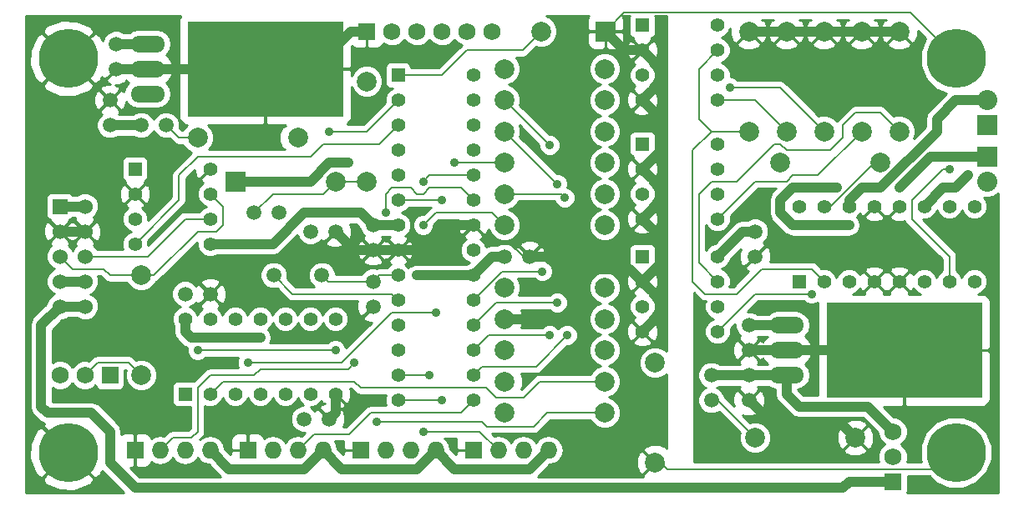
<source format=gbl>
%FSLAX34Y34*%
G04 Gerber Fmt 3.4, Leading zero omitted, Abs format*
G04 (created by PCBNEW (2014-jan-25)-product) date Tue 12 Aug 2014 10:31:01 PM PDT*
%MOIN*%
G01*
G70*
G90*
G04 APERTURE LIST*
%ADD10C,0.003937*%
%ADD11C,0.059100*%
%ADD12C,0.078700*%
%ADD13R,0.078700X0.078700*%
%ADD14C,0.236220*%
%ADD15R,0.068000X0.068000*%
%ADD16C,0.068000*%
%ADD17O,0.068000X0.068000*%
%ADD18R,0.080000X0.080000*%
%ADD19O,0.080000X0.080000*%
%ADD20O,0.137800X0.066900*%
%ADD21R,0.620000X0.380000*%
%ADD22R,0.055000X0.055000*%
%ADD23C,0.055000*%
%ADD24R,0.060000X0.060000*%
%ADD25C,0.060000*%
%ADD26C,0.035000*%
%ADD27C,0.008000*%
%ADD28C,0.040000*%
%ADD29C,0.010000*%
G04 APERTURE END LIST*
G54D10*
G54D11*
X68500Y-52000D03*
X68500Y-53000D03*
X67000Y-54000D03*
X67000Y-55000D03*
X68500Y-54000D03*
X68500Y-55000D03*
X68750Y-48250D03*
X68750Y-49250D03*
X53500Y-50250D03*
X53500Y-51250D03*
X43250Y-40750D03*
X43250Y-41750D03*
X51000Y-48250D03*
X52000Y-48250D03*
X44250Y-44000D03*
X45250Y-44000D03*
X43000Y-44000D03*
X43000Y-43000D03*
X49750Y-47500D03*
X48750Y-47500D03*
X53500Y-48000D03*
X53500Y-49000D03*
X58750Y-49250D03*
X59750Y-49250D03*
X46000Y-50750D03*
X47000Y-50750D03*
X50750Y-55750D03*
X51750Y-55750D03*
G54D12*
X52000Y-46250D03*
G54D13*
X48000Y-46250D03*
G54D14*
X41338Y-41338D03*
X76771Y-41338D03*
X41338Y-57086D03*
X76771Y-57086D03*
G54D15*
X74250Y-58250D03*
G54D16*
X74250Y-57250D03*
X74250Y-56250D03*
G54D15*
X43000Y-54000D03*
G54D16*
X42000Y-54000D03*
X41000Y-54000D03*
G54D15*
X53000Y-57000D03*
G54D17*
X54000Y-57000D03*
X55000Y-57000D03*
X56000Y-57000D03*
G54D15*
X57500Y-57000D03*
G54D17*
X58500Y-57000D03*
X59500Y-57000D03*
X60500Y-57000D03*
G54D18*
X78000Y-45250D03*
G54D19*
X78000Y-46250D03*
G54D18*
X78000Y-44000D03*
G54D19*
X78000Y-43000D03*
G54D15*
X48500Y-57000D03*
G54D17*
X49500Y-57000D03*
X50500Y-57000D03*
X51500Y-57000D03*
G54D15*
X44000Y-57000D03*
G54D17*
X45000Y-57000D03*
X46000Y-57000D03*
X47000Y-57000D03*
G54D12*
X72750Y-56500D03*
X68750Y-56500D03*
X58750Y-41750D03*
X62750Y-41750D03*
X58750Y-43000D03*
X62750Y-43000D03*
X58750Y-44250D03*
X62750Y-44250D03*
X58750Y-45500D03*
X62750Y-45500D03*
X58750Y-46750D03*
X62750Y-46750D03*
X58750Y-48000D03*
X62750Y-48000D03*
X68500Y-40250D03*
X68500Y-44250D03*
X70000Y-40250D03*
X70000Y-44250D03*
X71500Y-40250D03*
X71500Y-44250D03*
X73000Y-40250D03*
X73000Y-44250D03*
X74500Y-40250D03*
X74500Y-44250D03*
X69750Y-45500D03*
X73750Y-45500D03*
X50500Y-44500D03*
X46500Y-44500D03*
X62750Y-50500D03*
X58750Y-50500D03*
X58750Y-51750D03*
X62750Y-51750D03*
X62750Y-53000D03*
X58750Y-53000D03*
X58750Y-54250D03*
X62750Y-54250D03*
X44250Y-50000D03*
X44250Y-54000D03*
X62750Y-55500D03*
X58750Y-55500D03*
X64750Y-57500D03*
X64750Y-53500D03*
X53250Y-46250D03*
X53250Y-42250D03*
G54D13*
X62780Y-40250D03*
G54D12*
X60220Y-40250D03*
G54D20*
X70000Y-53000D03*
X70000Y-52000D03*
X70000Y-54000D03*
G54D21*
X74700Y-53000D03*
G54D22*
X64250Y-40000D03*
G54D23*
X64250Y-41000D03*
X64250Y-42000D03*
X64250Y-43000D03*
X67250Y-43000D03*
X67250Y-42000D03*
X67250Y-41000D03*
X67250Y-40000D03*
G54D22*
X64250Y-44750D03*
G54D23*
X64250Y-45750D03*
X64250Y-46750D03*
X64250Y-47750D03*
X67250Y-47750D03*
X67250Y-46750D03*
X67250Y-45750D03*
X67250Y-44750D03*
G54D22*
X64250Y-49250D03*
G54D23*
X64250Y-50250D03*
X64250Y-51250D03*
X64250Y-52250D03*
X67250Y-52250D03*
X67250Y-51250D03*
X67250Y-50250D03*
X67250Y-49250D03*
G54D20*
X44500Y-41750D03*
X44500Y-40750D03*
X44500Y-42750D03*
G54D21*
X49200Y-41750D03*
G54D22*
X44000Y-45750D03*
G54D23*
X44000Y-46750D03*
X44000Y-47750D03*
X44000Y-48750D03*
X47000Y-48750D03*
X47000Y-47750D03*
X47000Y-46750D03*
X47000Y-45750D03*
G54D11*
X51461Y-50000D03*
X49539Y-50000D03*
G54D24*
X41000Y-47250D03*
G54D25*
X42000Y-47250D03*
X41000Y-48250D03*
X42000Y-48250D03*
X41000Y-49250D03*
X42000Y-49250D03*
X41000Y-50250D03*
X42000Y-50250D03*
X41000Y-51250D03*
X42000Y-51250D03*
G54D15*
X53250Y-40250D03*
G54D16*
X54250Y-40250D03*
X55250Y-40250D03*
X56250Y-40250D03*
X57250Y-40250D03*
X58250Y-40250D03*
G54D22*
X70500Y-50250D03*
G54D23*
X71500Y-50250D03*
X72500Y-50250D03*
X73500Y-50250D03*
X74500Y-50250D03*
X75500Y-50250D03*
X76500Y-50250D03*
X77500Y-50250D03*
X77500Y-47250D03*
X76500Y-47250D03*
X75500Y-47250D03*
X74500Y-47250D03*
X73500Y-47250D03*
X72500Y-47250D03*
X71500Y-47250D03*
X70500Y-47250D03*
X54500Y-43000D03*
X54500Y-44000D03*
X54500Y-45000D03*
X54500Y-46000D03*
X54500Y-47000D03*
X54500Y-48000D03*
X54500Y-49000D03*
X54500Y-50000D03*
X54500Y-51000D03*
X54500Y-52000D03*
X54500Y-53000D03*
X54500Y-54000D03*
X54500Y-55000D03*
G54D22*
X54500Y-42000D03*
G54D23*
X57500Y-55000D03*
X57500Y-54000D03*
X57500Y-53000D03*
X57500Y-52000D03*
X57500Y-51000D03*
X57500Y-50000D03*
X57500Y-49000D03*
X57500Y-48000D03*
X57500Y-47000D03*
X57500Y-46000D03*
X57500Y-45000D03*
X57500Y-44000D03*
X57500Y-43000D03*
X57500Y-42000D03*
G54D22*
X46000Y-54750D03*
G54D23*
X47000Y-54750D03*
X48000Y-54750D03*
X49000Y-54750D03*
X50000Y-54750D03*
X51000Y-54750D03*
X52000Y-54750D03*
X52000Y-51750D03*
X51000Y-51750D03*
X50000Y-51750D03*
X49000Y-51750D03*
X48000Y-51750D03*
X47000Y-51750D03*
X46000Y-51750D03*
G54D26*
X55500Y-56250D03*
X46500Y-53000D03*
X52000Y-53000D03*
X56250Y-47000D03*
X55750Y-54000D03*
X55500Y-48000D03*
X56750Y-45500D03*
X56250Y-55000D03*
X61150Y-46900D03*
X61250Y-52400D03*
X60550Y-52400D03*
X60550Y-44800D03*
X60850Y-46350D03*
X60850Y-51100D03*
X60250Y-49850D03*
X52750Y-53500D03*
X54000Y-47500D03*
X48500Y-53500D03*
X56000Y-51500D03*
X55500Y-46250D03*
X67750Y-42500D03*
X76500Y-45750D03*
X71000Y-50750D03*
X74500Y-46500D03*
X72500Y-48000D03*
X72000Y-46500D03*
X77250Y-46000D03*
X55250Y-50000D03*
X49000Y-52500D03*
X52500Y-45500D03*
X53650Y-55850D03*
X51750Y-44250D03*
X71250Y-58500D03*
G54D27*
X58500Y-57000D02*
X57750Y-56250D01*
X57750Y-56250D02*
X55500Y-56250D01*
X52000Y-53000D02*
X46500Y-53000D01*
X54500Y-47000D02*
X56250Y-47000D01*
X54500Y-54000D02*
X55750Y-54000D01*
X58250Y-47500D02*
X56000Y-47500D01*
X56000Y-47500D02*
X55500Y-48000D01*
X58750Y-48000D02*
X58250Y-47500D01*
X58750Y-45500D02*
X56750Y-45500D01*
X56250Y-55000D02*
X54500Y-55000D01*
X50500Y-57000D02*
X51150Y-56350D01*
X57000Y-55500D02*
X57500Y-55000D01*
X53400Y-55500D02*
X57000Y-55500D01*
X52550Y-56350D02*
X53400Y-55500D01*
X51150Y-56350D02*
X52550Y-56350D01*
X57500Y-54000D02*
X57850Y-53650D01*
X61000Y-46750D02*
X58750Y-46750D01*
X61150Y-46900D02*
X61000Y-46750D01*
X60000Y-53650D02*
X61250Y-52400D01*
X57850Y-53650D02*
X60000Y-53650D01*
X58750Y-43000D02*
X60550Y-44800D01*
X58100Y-52400D02*
X57500Y-53000D01*
X58300Y-52400D02*
X58100Y-52400D01*
X60550Y-52400D02*
X58300Y-52400D01*
X57500Y-52000D02*
X58400Y-51100D01*
X60850Y-46350D02*
X58750Y-44250D01*
X58400Y-51100D02*
X60850Y-51100D01*
X57500Y-51000D02*
X58650Y-49850D01*
X58650Y-49850D02*
X60250Y-49850D01*
X49000Y-53750D02*
X48750Y-54000D01*
X52500Y-53750D02*
X49000Y-53750D01*
X52750Y-53500D02*
X52500Y-53750D01*
X57500Y-47000D02*
X57000Y-46500D01*
X45500Y-56500D02*
X45000Y-57000D01*
X46250Y-56500D02*
X45500Y-56500D01*
X46500Y-56250D02*
X46250Y-56500D01*
X46500Y-54500D02*
X46500Y-56250D01*
X47000Y-54000D02*
X46500Y-54500D01*
X48750Y-54000D02*
X47000Y-54000D01*
X54000Y-46750D02*
X54000Y-47500D01*
X54250Y-46500D02*
X54000Y-46750D01*
X55000Y-46500D02*
X54250Y-46500D01*
X55250Y-46750D02*
X55000Y-46500D01*
X55500Y-46750D02*
X55250Y-46750D01*
X55750Y-46500D02*
X55500Y-46750D01*
X57000Y-46500D02*
X55750Y-46500D01*
X57500Y-46000D02*
X55750Y-46000D01*
X52250Y-53500D02*
X48500Y-53500D01*
X54250Y-51500D02*
X52250Y-53500D01*
X56000Y-51500D02*
X54250Y-51500D01*
X55750Y-46000D02*
X55500Y-46250D01*
G54D28*
X67250Y-49250D02*
X68250Y-48250D01*
X68250Y-48250D02*
X68750Y-48250D01*
X68500Y-54000D02*
X67000Y-54000D01*
X70000Y-54000D02*
X68500Y-54000D01*
X74250Y-56250D02*
X73250Y-55250D01*
X70000Y-54750D02*
X70000Y-54000D01*
X70500Y-55250D02*
X70000Y-54750D01*
X73250Y-55250D02*
X70500Y-55250D01*
G54D27*
X68750Y-56500D02*
X67250Y-55000D01*
X67250Y-55000D02*
X67000Y-55000D01*
G54D28*
X64250Y-50250D02*
X63750Y-49750D01*
X63750Y-49750D02*
X61500Y-49750D01*
X64250Y-43000D02*
X65000Y-42250D01*
X65000Y-41750D02*
X64250Y-41000D01*
X65000Y-42250D02*
X65000Y-41750D01*
X64250Y-45750D02*
X65000Y-45000D01*
X65000Y-43750D02*
X64250Y-43000D01*
X65000Y-45000D02*
X65000Y-43750D01*
X64250Y-47750D02*
X65000Y-47000D01*
X65000Y-46500D02*
X64250Y-45750D01*
X65000Y-47000D02*
X65000Y-46500D01*
X64250Y-50250D02*
X65000Y-49500D01*
X65000Y-48500D02*
X64250Y-47750D01*
X65000Y-49500D02*
X65000Y-48500D01*
X64250Y-52250D02*
X65000Y-51500D01*
X65000Y-51000D02*
X64250Y-50250D01*
X65000Y-51500D02*
X65000Y-51000D01*
X58750Y-51750D02*
X61000Y-51750D01*
X61000Y-51750D02*
X61500Y-51250D01*
X61500Y-51250D02*
X61500Y-50250D01*
X61500Y-50250D02*
X61500Y-49750D01*
X61000Y-49250D02*
X59750Y-49250D01*
X61500Y-49750D02*
X61000Y-49250D01*
X51750Y-55750D02*
X52000Y-55500D01*
X52000Y-55500D02*
X52000Y-54750D01*
X64250Y-41000D02*
X63530Y-41000D01*
X63530Y-41000D02*
X62780Y-40250D01*
G54D27*
X76771Y-41338D02*
X74933Y-39500D01*
X63530Y-39500D02*
X62780Y-40250D01*
X74933Y-39500D02*
X63530Y-39500D01*
G54D28*
X51100Y-41750D02*
X52600Y-40250D01*
X52600Y-40250D02*
X53250Y-40250D01*
X54500Y-49000D02*
X55500Y-49000D01*
X56500Y-48000D02*
X57500Y-48000D01*
X55500Y-49000D02*
X56500Y-48000D01*
X52000Y-48250D02*
X52750Y-49000D01*
X52750Y-49000D02*
X53500Y-49000D01*
X54500Y-49000D02*
X53500Y-49000D01*
X44500Y-41750D02*
X51100Y-41750D01*
X44500Y-41750D02*
X43250Y-41750D01*
G54D27*
X65000Y-57500D02*
X65250Y-57750D01*
X65250Y-57750D02*
X76108Y-57750D01*
X65000Y-57500D02*
X64750Y-57500D01*
X59750Y-49250D02*
X59500Y-49250D01*
X59500Y-49250D02*
X59000Y-48750D01*
X58250Y-48750D02*
X57500Y-48000D01*
X59000Y-48750D02*
X58250Y-48750D01*
X76771Y-57086D02*
X76108Y-57750D01*
G54D28*
X42000Y-48250D02*
X41000Y-48250D01*
G54D27*
X71500Y-50250D02*
X71000Y-49750D01*
X69000Y-49750D02*
X68000Y-50750D01*
X71000Y-49750D02*
X69000Y-49750D01*
X67000Y-44250D02*
X66500Y-43750D01*
X66500Y-41750D02*
X67250Y-41000D01*
X66500Y-43750D02*
X66500Y-41750D01*
X68500Y-44250D02*
X67000Y-44250D01*
X66250Y-45000D02*
X66250Y-50250D01*
X67000Y-44250D02*
X66250Y-45000D01*
X66750Y-50750D02*
X66250Y-50250D01*
X68000Y-50750D02*
X66750Y-50750D01*
X70000Y-44250D02*
X68750Y-43000D01*
X68750Y-43000D02*
X67250Y-43000D01*
X69750Y-42500D02*
X71500Y-44250D01*
X67750Y-42500D02*
X69750Y-42500D01*
X76500Y-50250D02*
X76500Y-49250D01*
X76500Y-49250D02*
X75000Y-47750D01*
X75000Y-47750D02*
X75000Y-47000D01*
X75000Y-47000D02*
X76250Y-45750D01*
X76250Y-45750D02*
X76500Y-45750D01*
X67250Y-47750D02*
X68750Y-46250D01*
X71250Y-46000D02*
X73000Y-44250D01*
X70250Y-46000D02*
X71250Y-46000D01*
X70000Y-46250D02*
X70250Y-46000D01*
X68750Y-46250D02*
X70000Y-46250D01*
X69750Y-44750D02*
X69500Y-44750D01*
X67000Y-46250D02*
X66500Y-46750D01*
X68000Y-46250D02*
X67000Y-46250D01*
X69500Y-44750D02*
X68000Y-46250D01*
X67250Y-50250D02*
X66500Y-49500D01*
X66500Y-49500D02*
X66500Y-46750D01*
X73750Y-43500D02*
X74500Y-44250D01*
X72750Y-43500D02*
X73750Y-43500D01*
X72250Y-44000D02*
X72750Y-43500D01*
X72250Y-44500D02*
X72250Y-44000D01*
X71750Y-45000D02*
X72250Y-44500D01*
X70000Y-45000D02*
X71750Y-45000D01*
X69750Y-44750D02*
X70000Y-45000D01*
X67250Y-52250D02*
X68750Y-50750D01*
X68750Y-50750D02*
X71000Y-50750D01*
X71500Y-47250D02*
X71750Y-47250D01*
X71750Y-47250D02*
X73500Y-45500D01*
X73500Y-45500D02*
X73750Y-45500D01*
G54D28*
X76750Y-45250D02*
X75750Y-45250D01*
X75750Y-45250D02*
X74500Y-46500D01*
X72500Y-48000D02*
X70250Y-48000D01*
X78000Y-45250D02*
X76750Y-45250D01*
X69750Y-47500D02*
X70250Y-48000D01*
X72000Y-46500D02*
X70250Y-46500D01*
X70250Y-46500D02*
X69750Y-47000D01*
X69750Y-47000D02*
X69750Y-47500D01*
X75500Y-47250D02*
X76250Y-46500D01*
X76500Y-46500D02*
X76750Y-46500D01*
X76250Y-46500D02*
X76500Y-46500D01*
X76750Y-46500D02*
X77250Y-46000D01*
X76000Y-43750D02*
X76000Y-44250D01*
X76000Y-44250D02*
X73750Y-46500D01*
X72500Y-47250D02*
X72500Y-47000D01*
X72500Y-47000D02*
X73000Y-46500D01*
X73000Y-46500D02*
X73750Y-46500D01*
X78000Y-43000D02*
X76750Y-43000D01*
X76750Y-43000D02*
X76000Y-43750D01*
G54D27*
X54500Y-50000D02*
X53750Y-50000D01*
X53750Y-50000D02*
X53500Y-50250D01*
X53500Y-50250D02*
X51711Y-50250D01*
X51711Y-50250D02*
X51461Y-50000D01*
X54500Y-51000D02*
X54250Y-50750D01*
X50289Y-50750D02*
X49539Y-50000D01*
X54250Y-50750D02*
X50289Y-50750D01*
G54D28*
X55250Y-50000D02*
X57500Y-50000D01*
X57250Y-50000D02*
X57500Y-50000D01*
X49000Y-52500D02*
X46250Y-52500D01*
X46250Y-52500D02*
X46000Y-52250D01*
X46000Y-52250D02*
X46000Y-51750D01*
X51000Y-46250D02*
X48000Y-46250D01*
X51750Y-45500D02*
X51000Y-46250D01*
X52500Y-45500D02*
X51750Y-45500D01*
X47000Y-48750D02*
X49500Y-48750D01*
X49500Y-48750D02*
X50750Y-47500D01*
X56000Y-57000D02*
X56750Y-57750D01*
X56750Y-57750D02*
X59750Y-57750D01*
X59750Y-57750D02*
X60500Y-57000D01*
X51500Y-57000D02*
X52250Y-57750D01*
X55250Y-57750D02*
X56000Y-57000D01*
X52250Y-57750D02*
X55250Y-57750D01*
X47000Y-57000D02*
X47750Y-57750D01*
X50750Y-57750D02*
X51500Y-57000D01*
X47750Y-57750D02*
X50750Y-57750D01*
X53000Y-47500D02*
X53500Y-48000D01*
X50750Y-47500D02*
X51250Y-47500D01*
X51250Y-47500D02*
X53000Y-47500D01*
X54500Y-48000D02*
X53500Y-48000D01*
X44250Y-44000D02*
X43000Y-44000D01*
X57500Y-50000D02*
X58250Y-49250D01*
X58250Y-49250D02*
X58750Y-49250D01*
G54D27*
X45250Y-44000D02*
X45750Y-44500D01*
X45750Y-44500D02*
X46500Y-44500D01*
X48750Y-47500D02*
X49500Y-46750D01*
X51500Y-46750D02*
X52000Y-46250D01*
X49500Y-46750D02*
X51500Y-46750D01*
X54500Y-42000D02*
X56250Y-42000D01*
X56250Y-42000D02*
X57250Y-41000D01*
X57250Y-41000D02*
X59470Y-41000D01*
X59470Y-41000D02*
X60220Y-40250D01*
X52000Y-46250D02*
X53250Y-46250D01*
X42000Y-49250D02*
X44500Y-49250D01*
X46000Y-47750D02*
X47000Y-47750D01*
X44500Y-49250D02*
X46000Y-47750D01*
X42000Y-54000D02*
X42500Y-53500D01*
X43750Y-53500D02*
X44250Y-54000D01*
X42500Y-53500D02*
X43750Y-53500D01*
X44250Y-50000D02*
X44750Y-50000D01*
X47500Y-47250D02*
X47000Y-46750D01*
X47500Y-48000D02*
X47500Y-47250D01*
X47250Y-48250D02*
X47500Y-48000D01*
X46500Y-48250D02*
X47250Y-48250D01*
X44750Y-50000D02*
X46500Y-48250D01*
X41000Y-49250D02*
X41500Y-49750D01*
X43000Y-50000D02*
X44250Y-50000D01*
X42750Y-49750D02*
X43000Y-50000D01*
X41500Y-49750D02*
X42750Y-49750D01*
X58000Y-54500D02*
X53000Y-54500D01*
X47500Y-54250D02*
X47000Y-54750D01*
X52750Y-54250D02*
X47500Y-54250D01*
X53000Y-54500D02*
X52750Y-54250D01*
X62750Y-54250D02*
X60150Y-54250D01*
X60150Y-54250D02*
X59500Y-54900D01*
X59500Y-54900D02*
X58400Y-54900D01*
X58400Y-54900D02*
X58000Y-54500D01*
X62750Y-55500D02*
X60450Y-55500D01*
X57850Y-55850D02*
X53650Y-55850D01*
X58050Y-56050D02*
X57850Y-55850D01*
X59900Y-56050D02*
X58050Y-56050D01*
X60450Y-55500D02*
X59900Y-56050D01*
X54500Y-44000D02*
X53750Y-44750D01*
X45750Y-47000D02*
X44000Y-48750D01*
X45750Y-46000D02*
X45750Y-47000D01*
X46500Y-45250D02*
X45750Y-46000D01*
X51000Y-45250D02*
X46500Y-45250D01*
X51500Y-44750D02*
X51000Y-45250D01*
X53750Y-44750D02*
X51500Y-44750D01*
X53250Y-44250D02*
X54500Y-43000D01*
X51750Y-44250D02*
X53250Y-44250D01*
G54D28*
X41000Y-51250D02*
X40250Y-52000D01*
X40500Y-55500D02*
X42250Y-55500D01*
X40250Y-55250D02*
X40500Y-55500D01*
X40250Y-52000D02*
X40250Y-55250D01*
X42250Y-55500D02*
X43000Y-56250D01*
X70000Y-52000D02*
X68500Y-52000D01*
X44000Y-58500D02*
X71250Y-58500D01*
X43000Y-56250D02*
X43000Y-57500D01*
X43000Y-57500D02*
X44000Y-58500D01*
X71250Y-58500D02*
X72250Y-58500D01*
X72500Y-58250D02*
X74250Y-58250D01*
X72250Y-58500D02*
X72500Y-58250D01*
X42000Y-51250D02*
X41000Y-51250D01*
X70000Y-40250D02*
X68500Y-40250D01*
X71500Y-40250D02*
X70000Y-40250D01*
X73000Y-40250D02*
X71500Y-40250D01*
X74500Y-40250D02*
X73000Y-40250D01*
X68500Y-55000D02*
X69500Y-56000D01*
X72250Y-56000D02*
X72750Y-56500D01*
X69500Y-56000D02*
X72250Y-56000D01*
X70000Y-53000D02*
X68500Y-53000D01*
X70000Y-53000D02*
X76600Y-53000D01*
X42000Y-50250D02*
X41000Y-50250D01*
X44500Y-40750D02*
X43250Y-40750D01*
X42000Y-47250D02*
X41000Y-47250D01*
G54D29*
G36*
X69769Y-45505D02*
X69755Y-45519D01*
X69750Y-45514D01*
X69744Y-45519D01*
X69730Y-45505D01*
X69735Y-45500D01*
X69730Y-45494D01*
X69744Y-45480D01*
X69750Y-45485D01*
X69755Y-45480D01*
X69769Y-45494D01*
X69764Y-45500D01*
X69769Y-45505D01*
X69769Y-45505D01*
G37*
X69769Y-45505D02*
X69755Y-45519D01*
X69750Y-45514D01*
X69744Y-45519D01*
X69730Y-45505D01*
X69735Y-45500D01*
X69730Y-45494D01*
X69744Y-45480D01*
X69750Y-45485D01*
X69755Y-45480D01*
X69769Y-45494D01*
X69764Y-45500D01*
X69769Y-45505D01*
G36*
X73915Y-56750D02*
X73750Y-56915D01*
X73660Y-57132D01*
X73659Y-57366D01*
X73698Y-57460D01*
X73497Y-57460D01*
X73497Y-56371D01*
X73391Y-56095D01*
X73369Y-56062D01*
X73231Y-56032D01*
X73217Y-56047D01*
X73217Y-56018D01*
X73187Y-55880D01*
X72917Y-55760D01*
X72621Y-55752D01*
X72345Y-55858D01*
X72312Y-55880D01*
X72282Y-56018D01*
X72750Y-56485D01*
X73217Y-56018D01*
X73217Y-56047D01*
X72764Y-56500D01*
X73231Y-56967D01*
X73369Y-56937D01*
X73489Y-56667D01*
X73497Y-56371D01*
X73497Y-57460D01*
X73217Y-57460D01*
X73217Y-56981D01*
X72750Y-56514D01*
X72735Y-56528D01*
X72735Y-56500D01*
X72268Y-56032D01*
X72130Y-56062D01*
X72010Y-56332D01*
X72002Y-56628D01*
X72108Y-56904D01*
X72130Y-56937D01*
X72268Y-56967D01*
X72735Y-56500D01*
X72735Y-56528D01*
X72282Y-56981D01*
X72312Y-57119D01*
X72582Y-57239D01*
X72878Y-57247D01*
X73154Y-57141D01*
X73187Y-57119D01*
X73217Y-56981D01*
X73217Y-57460D01*
X66300Y-57460D01*
X66300Y-50710D01*
X66544Y-50955D01*
X66639Y-51017D01*
X66750Y-51040D01*
X66768Y-51040D01*
X66725Y-51145D01*
X66724Y-51353D01*
X66804Y-51547D01*
X66952Y-51694D01*
X67085Y-51750D01*
X66953Y-51804D01*
X66805Y-51952D01*
X66725Y-52145D01*
X66724Y-52353D01*
X66804Y-52547D01*
X66952Y-52694D01*
X67145Y-52774D01*
X67353Y-52775D01*
X67547Y-52695D01*
X67694Y-52547D01*
X67774Y-52354D01*
X67775Y-52146D01*
X67771Y-52138D01*
X67954Y-51955D01*
X67954Y-52108D01*
X68037Y-52308D01*
X68165Y-52437D01*
X68147Y-52444D01*
X68121Y-52461D01*
X68103Y-52589D01*
X68500Y-52985D01*
X68896Y-52589D01*
X68878Y-52461D01*
X68852Y-52450D01*
X69260Y-52450D01*
X69154Y-52523D01*
X69062Y-52664D01*
X69055Y-52647D01*
X69038Y-52621D01*
X68910Y-52603D01*
X68514Y-53000D01*
X68910Y-53396D01*
X69038Y-53378D01*
X69059Y-53330D01*
X69154Y-53476D01*
X69260Y-53550D01*
X68861Y-53550D01*
X68878Y-53538D01*
X68896Y-53410D01*
X68500Y-53014D01*
X68485Y-53028D01*
X68485Y-53000D01*
X68089Y-52603D01*
X67961Y-52621D01*
X67857Y-52856D01*
X67851Y-53112D01*
X67944Y-53352D01*
X67961Y-53378D01*
X68089Y-53396D01*
X68485Y-53000D01*
X68485Y-53028D01*
X68103Y-53410D01*
X68121Y-53538D01*
X68147Y-53550D01*
X67321Y-53550D01*
X67309Y-53537D01*
X67108Y-53454D01*
X66891Y-53454D01*
X66691Y-53537D01*
X66537Y-53690D01*
X66454Y-53891D01*
X66454Y-54108D01*
X66537Y-54308D01*
X66690Y-54462D01*
X66781Y-54499D01*
X66691Y-54537D01*
X66537Y-54690D01*
X66454Y-54891D01*
X66454Y-55108D01*
X66537Y-55308D01*
X66690Y-55462D01*
X66891Y-55545D01*
X67108Y-55545D01*
X67304Y-55464D01*
X68137Y-56297D01*
X68106Y-56371D01*
X68106Y-56627D01*
X68204Y-56864D01*
X68385Y-57045D01*
X68621Y-57143D01*
X68877Y-57143D01*
X69114Y-57045D01*
X69295Y-56864D01*
X69393Y-56628D01*
X69393Y-56372D01*
X69295Y-56135D01*
X69148Y-55988D01*
X69148Y-54887D01*
X69055Y-54647D01*
X69038Y-54621D01*
X68910Y-54603D01*
X68514Y-55000D01*
X68910Y-55396D01*
X69038Y-55378D01*
X69142Y-55143D01*
X69148Y-54887D01*
X69148Y-55988D01*
X69114Y-55954D01*
X68878Y-55856D01*
X68622Y-55856D01*
X68547Y-55887D01*
X68259Y-55599D01*
X68356Y-55642D01*
X68612Y-55648D01*
X68852Y-55555D01*
X68878Y-55538D01*
X68896Y-55410D01*
X68500Y-55014D01*
X68494Y-55019D01*
X68480Y-55005D01*
X68485Y-55000D01*
X68089Y-54603D01*
X67961Y-54621D01*
X67857Y-54856D01*
X67851Y-55112D01*
X67901Y-55240D01*
X67541Y-54880D01*
X67462Y-54691D01*
X67309Y-54537D01*
X67218Y-54500D01*
X67308Y-54462D01*
X67321Y-54450D01*
X68138Y-54450D01*
X68121Y-54461D01*
X68103Y-54589D01*
X68500Y-54985D01*
X68896Y-54589D01*
X68878Y-54461D01*
X68852Y-54450D01*
X69268Y-54450D01*
X69403Y-54540D01*
X69550Y-54569D01*
X69550Y-54750D01*
X69584Y-54922D01*
X69681Y-55068D01*
X70181Y-55568D01*
X70327Y-55665D01*
X70500Y-55700D01*
X73063Y-55700D01*
X73659Y-56296D01*
X73659Y-56366D01*
X73749Y-56583D01*
X73915Y-56749D01*
X73915Y-56750D01*
X73915Y-56750D01*
G37*
X73915Y-56750D02*
X73750Y-56915D01*
X73660Y-57132D01*
X73659Y-57366D01*
X73698Y-57460D01*
X73497Y-57460D01*
X73497Y-56371D01*
X73391Y-56095D01*
X73369Y-56062D01*
X73231Y-56032D01*
X73217Y-56047D01*
X73217Y-56018D01*
X73187Y-55880D01*
X72917Y-55760D01*
X72621Y-55752D01*
X72345Y-55858D01*
X72312Y-55880D01*
X72282Y-56018D01*
X72750Y-56485D01*
X73217Y-56018D01*
X73217Y-56047D01*
X72764Y-56500D01*
X73231Y-56967D01*
X73369Y-56937D01*
X73489Y-56667D01*
X73497Y-56371D01*
X73497Y-57460D01*
X73217Y-57460D01*
X73217Y-56981D01*
X72750Y-56514D01*
X72735Y-56528D01*
X72735Y-56500D01*
X72268Y-56032D01*
X72130Y-56062D01*
X72010Y-56332D01*
X72002Y-56628D01*
X72108Y-56904D01*
X72130Y-56937D01*
X72268Y-56967D01*
X72735Y-56500D01*
X72735Y-56528D01*
X72282Y-56981D01*
X72312Y-57119D01*
X72582Y-57239D01*
X72878Y-57247D01*
X73154Y-57141D01*
X73187Y-57119D01*
X73217Y-56981D01*
X73217Y-57460D01*
X66300Y-57460D01*
X66300Y-50710D01*
X66544Y-50955D01*
X66639Y-51017D01*
X66750Y-51040D01*
X66768Y-51040D01*
X66725Y-51145D01*
X66724Y-51353D01*
X66804Y-51547D01*
X66952Y-51694D01*
X67085Y-51750D01*
X66953Y-51804D01*
X66805Y-51952D01*
X66725Y-52145D01*
X66724Y-52353D01*
X66804Y-52547D01*
X66952Y-52694D01*
X67145Y-52774D01*
X67353Y-52775D01*
X67547Y-52695D01*
X67694Y-52547D01*
X67774Y-52354D01*
X67775Y-52146D01*
X67771Y-52138D01*
X67954Y-51955D01*
X67954Y-52108D01*
X68037Y-52308D01*
X68165Y-52437D01*
X68147Y-52444D01*
X68121Y-52461D01*
X68103Y-52589D01*
X68500Y-52985D01*
X68896Y-52589D01*
X68878Y-52461D01*
X68852Y-52450D01*
X69260Y-52450D01*
X69154Y-52523D01*
X69062Y-52664D01*
X69055Y-52647D01*
X69038Y-52621D01*
X68910Y-52603D01*
X68514Y-53000D01*
X68910Y-53396D01*
X69038Y-53378D01*
X69059Y-53330D01*
X69154Y-53476D01*
X69260Y-53550D01*
X68861Y-53550D01*
X68878Y-53538D01*
X68896Y-53410D01*
X68500Y-53014D01*
X68485Y-53028D01*
X68485Y-53000D01*
X68089Y-52603D01*
X67961Y-52621D01*
X67857Y-52856D01*
X67851Y-53112D01*
X67944Y-53352D01*
X67961Y-53378D01*
X68089Y-53396D01*
X68485Y-53000D01*
X68485Y-53028D01*
X68103Y-53410D01*
X68121Y-53538D01*
X68147Y-53550D01*
X67321Y-53550D01*
X67309Y-53537D01*
X67108Y-53454D01*
X66891Y-53454D01*
X66691Y-53537D01*
X66537Y-53690D01*
X66454Y-53891D01*
X66454Y-54108D01*
X66537Y-54308D01*
X66690Y-54462D01*
X66781Y-54499D01*
X66691Y-54537D01*
X66537Y-54690D01*
X66454Y-54891D01*
X66454Y-55108D01*
X66537Y-55308D01*
X66690Y-55462D01*
X66891Y-55545D01*
X67108Y-55545D01*
X67304Y-55464D01*
X68137Y-56297D01*
X68106Y-56371D01*
X68106Y-56627D01*
X68204Y-56864D01*
X68385Y-57045D01*
X68621Y-57143D01*
X68877Y-57143D01*
X69114Y-57045D01*
X69295Y-56864D01*
X69393Y-56628D01*
X69393Y-56372D01*
X69295Y-56135D01*
X69148Y-55988D01*
X69148Y-54887D01*
X69055Y-54647D01*
X69038Y-54621D01*
X68910Y-54603D01*
X68514Y-55000D01*
X68910Y-55396D01*
X69038Y-55378D01*
X69142Y-55143D01*
X69148Y-54887D01*
X69148Y-55988D01*
X69114Y-55954D01*
X68878Y-55856D01*
X68622Y-55856D01*
X68547Y-55887D01*
X68259Y-55599D01*
X68356Y-55642D01*
X68612Y-55648D01*
X68852Y-55555D01*
X68878Y-55538D01*
X68896Y-55410D01*
X68500Y-55014D01*
X68494Y-55019D01*
X68480Y-55005D01*
X68485Y-55000D01*
X68089Y-54603D01*
X67961Y-54621D01*
X67857Y-54856D01*
X67851Y-55112D01*
X67901Y-55240D01*
X67541Y-54880D01*
X67462Y-54691D01*
X67309Y-54537D01*
X67218Y-54500D01*
X67308Y-54462D01*
X67321Y-54450D01*
X68138Y-54450D01*
X68121Y-54461D01*
X68103Y-54589D01*
X68500Y-54985D01*
X68896Y-54589D01*
X68878Y-54461D01*
X68852Y-54450D01*
X69268Y-54450D01*
X69403Y-54540D01*
X69550Y-54569D01*
X69550Y-54750D01*
X69584Y-54922D01*
X69681Y-55068D01*
X70181Y-55568D01*
X70327Y-55665D01*
X70500Y-55700D01*
X73063Y-55700D01*
X73659Y-56296D01*
X73659Y-56366D01*
X73749Y-56583D01*
X73915Y-56749D01*
X73915Y-56750D01*
G36*
X76210Y-49801D02*
X76203Y-49804D01*
X76055Y-49952D01*
X75999Y-50085D01*
X75945Y-49953D01*
X75797Y-49805D01*
X75604Y-49725D01*
X75396Y-49724D01*
X75203Y-49804D01*
X75055Y-49952D01*
X75055Y-49952D01*
X75038Y-49908D01*
X75021Y-49883D01*
X74895Y-49868D01*
X74881Y-49882D01*
X74881Y-49854D01*
X74866Y-49728D01*
X74639Y-49628D01*
X74390Y-49622D01*
X74158Y-49711D01*
X74133Y-49728D01*
X74118Y-49854D01*
X74500Y-50235D01*
X74881Y-49854D01*
X74881Y-49882D01*
X74514Y-50250D01*
X74895Y-50631D01*
X75021Y-50616D01*
X75053Y-50543D01*
X75054Y-50547D01*
X75202Y-50694D01*
X75335Y-50750D01*
X74869Y-50750D01*
X74881Y-50645D01*
X74500Y-50264D01*
X74485Y-50278D01*
X74485Y-50250D01*
X74104Y-49868D01*
X74000Y-49880D01*
X73895Y-49868D01*
X73881Y-49882D01*
X73881Y-49854D01*
X73881Y-47645D01*
X73500Y-47264D01*
X73118Y-47645D01*
X73133Y-47771D01*
X73360Y-47871D01*
X73609Y-47877D01*
X73841Y-47788D01*
X73866Y-47771D01*
X73881Y-47645D01*
X73881Y-49854D01*
X73866Y-49728D01*
X73639Y-49628D01*
X73390Y-49622D01*
X73158Y-49711D01*
X73133Y-49728D01*
X73118Y-49854D01*
X73500Y-50235D01*
X73881Y-49854D01*
X73881Y-49882D01*
X73514Y-50250D01*
X73895Y-50631D01*
X74000Y-50619D01*
X74104Y-50631D01*
X74485Y-50250D01*
X74485Y-50278D01*
X74118Y-50645D01*
X74130Y-50750D01*
X73869Y-50750D01*
X73881Y-50645D01*
X73500Y-50264D01*
X73118Y-50645D01*
X73130Y-50750D01*
X72664Y-50750D01*
X72797Y-50695D01*
X72944Y-50547D01*
X72944Y-50547D01*
X72961Y-50591D01*
X72978Y-50616D01*
X73104Y-50631D01*
X73485Y-50250D01*
X73104Y-49868D01*
X72978Y-49883D01*
X72946Y-49956D01*
X72945Y-49953D01*
X72797Y-49805D01*
X72604Y-49725D01*
X72396Y-49724D01*
X72203Y-49804D01*
X72055Y-49952D01*
X71999Y-50085D01*
X71945Y-49953D01*
X71797Y-49805D01*
X71604Y-49725D01*
X71396Y-49724D01*
X71388Y-49728D01*
X71205Y-49544D01*
X71110Y-49482D01*
X71000Y-49460D01*
X69362Y-49460D01*
X69392Y-49393D01*
X69398Y-49137D01*
X69305Y-48897D01*
X69288Y-48871D01*
X69160Y-48853D01*
X68764Y-49250D01*
X68769Y-49255D01*
X68755Y-49269D01*
X68750Y-49264D01*
X68353Y-49660D01*
X68371Y-49788D01*
X68496Y-49843D01*
X67879Y-50460D01*
X67731Y-50460D01*
X67774Y-50354D01*
X67775Y-50146D01*
X67695Y-49953D01*
X67547Y-49805D01*
X67414Y-49749D01*
X67547Y-49695D01*
X67694Y-49547D01*
X67770Y-49366D01*
X68169Y-48967D01*
X68107Y-49106D01*
X68101Y-49362D01*
X68194Y-49602D01*
X68211Y-49628D01*
X68339Y-49646D01*
X68735Y-49250D01*
X68730Y-49244D01*
X68744Y-49230D01*
X68750Y-49235D01*
X69146Y-48839D01*
X69128Y-48711D01*
X69080Y-48690D01*
X69212Y-48559D01*
X69295Y-48358D01*
X69295Y-48141D01*
X69212Y-47941D01*
X69059Y-47787D01*
X68858Y-47704D01*
X68641Y-47704D01*
X68441Y-47787D01*
X68428Y-47800D01*
X68250Y-47800D01*
X68077Y-47834D01*
X67931Y-47931D01*
X67133Y-48730D01*
X66953Y-48804D01*
X66805Y-48952D01*
X66790Y-48988D01*
X66790Y-48011D01*
X66804Y-48047D01*
X66952Y-48194D01*
X67145Y-48274D01*
X67353Y-48275D01*
X67547Y-48195D01*
X67694Y-48047D01*
X67774Y-47854D01*
X67775Y-47646D01*
X67771Y-47638D01*
X68870Y-46540D01*
X69573Y-46540D01*
X69431Y-46681D01*
X69334Y-46827D01*
X69300Y-47000D01*
X69300Y-47500D01*
X69334Y-47672D01*
X69431Y-47818D01*
X69931Y-48318D01*
X70077Y-48415D01*
X70250Y-48450D01*
X72500Y-48450D01*
X72672Y-48415D01*
X72818Y-48318D01*
X72915Y-48172D01*
X72950Y-48000D01*
X72915Y-47827D01*
X72818Y-47681D01*
X72813Y-47678D01*
X72944Y-47547D01*
X72944Y-47547D01*
X72961Y-47591D01*
X72978Y-47616D01*
X73104Y-47631D01*
X73485Y-47250D01*
X73480Y-47244D01*
X73494Y-47230D01*
X73500Y-47235D01*
X73505Y-47230D01*
X73519Y-47244D01*
X73514Y-47250D01*
X73895Y-47631D01*
X74000Y-47619D01*
X74104Y-47631D01*
X74485Y-47250D01*
X74480Y-47244D01*
X74494Y-47230D01*
X74500Y-47235D01*
X74505Y-47230D01*
X74519Y-47244D01*
X74514Y-47250D01*
X74519Y-47255D01*
X74505Y-47269D01*
X74500Y-47264D01*
X74118Y-47645D01*
X74133Y-47771D01*
X74360Y-47871D01*
X74609Y-47877D01*
X74726Y-47832D01*
X74732Y-47860D01*
X74794Y-47955D01*
X76210Y-49370D01*
X76210Y-49801D01*
X76210Y-49801D01*
G37*
X76210Y-49801D02*
X76203Y-49804D01*
X76055Y-49952D01*
X75999Y-50085D01*
X75945Y-49953D01*
X75797Y-49805D01*
X75604Y-49725D01*
X75396Y-49724D01*
X75203Y-49804D01*
X75055Y-49952D01*
X75055Y-49952D01*
X75038Y-49908D01*
X75021Y-49883D01*
X74895Y-49868D01*
X74881Y-49882D01*
X74881Y-49854D01*
X74866Y-49728D01*
X74639Y-49628D01*
X74390Y-49622D01*
X74158Y-49711D01*
X74133Y-49728D01*
X74118Y-49854D01*
X74500Y-50235D01*
X74881Y-49854D01*
X74881Y-49882D01*
X74514Y-50250D01*
X74895Y-50631D01*
X75021Y-50616D01*
X75053Y-50543D01*
X75054Y-50547D01*
X75202Y-50694D01*
X75335Y-50750D01*
X74869Y-50750D01*
X74881Y-50645D01*
X74500Y-50264D01*
X74485Y-50278D01*
X74485Y-50250D01*
X74104Y-49868D01*
X74000Y-49880D01*
X73895Y-49868D01*
X73881Y-49882D01*
X73881Y-49854D01*
X73881Y-47645D01*
X73500Y-47264D01*
X73118Y-47645D01*
X73133Y-47771D01*
X73360Y-47871D01*
X73609Y-47877D01*
X73841Y-47788D01*
X73866Y-47771D01*
X73881Y-47645D01*
X73881Y-49854D01*
X73866Y-49728D01*
X73639Y-49628D01*
X73390Y-49622D01*
X73158Y-49711D01*
X73133Y-49728D01*
X73118Y-49854D01*
X73500Y-50235D01*
X73881Y-49854D01*
X73881Y-49882D01*
X73514Y-50250D01*
X73895Y-50631D01*
X74000Y-50619D01*
X74104Y-50631D01*
X74485Y-50250D01*
X74485Y-50278D01*
X74118Y-50645D01*
X74130Y-50750D01*
X73869Y-50750D01*
X73881Y-50645D01*
X73500Y-50264D01*
X73118Y-50645D01*
X73130Y-50750D01*
X72664Y-50750D01*
X72797Y-50695D01*
X72944Y-50547D01*
X72944Y-50547D01*
X72961Y-50591D01*
X72978Y-50616D01*
X73104Y-50631D01*
X73485Y-50250D01*
X73104Y-49868D01*
X72978Y-49883D01*
X72946Y-49956D01*
X72945Y-49953D01*
X72797Y-49805D01*
X72604Y-49725D01*
X72396Y-49724D01*
X72203Y-49804D01*
X72055Y-49952D01*
X71999Y-50085D01*
X71945Y-49953D01*
X71797Y-49805D01*
X71604Y-49725D01*
X71396Y-49724D01*
X71388Y-49728D01*
X71205Y-49544D01*
X71110Y-49482D01*
X71000Y-49460D01*
X69362Y-49460D01*
X69392Y-49393D01*
X69398Y-49137D01*
X69305Y-48897D01*
X69288Y-48871D01*
X69160Y-48853D01*
X68764Y-49250D01*
X68769Y-49255D01*
X68755Y-49269D01*
X68750Y-49264D01*
X68353Y-49660D01*
X68371Y-49788D01*
X68496Y-49843D01*
X67879Y-50460D01*
X67731Y-50460D01*
X67774Y-50354D01*
X67775Y-50146D01*
X67695Y-49953D01*
X67547Y-49805D01*
X67414Y-49749D01*
X67547Y-49695D01*
X67694Y-49547D01*
X67770Y-49366D01*
X68169Y-48967D01*
X68107Y-49106D01*
X68101Y-49362D01*
X68194Y-49602D01*
X68211Y-49628D01*
X68339Y-49646D01*
X68735Y-49250D01*
X68730Y-49244D01*
X68744Y-49230D01*
X68750Y-49235D01*
X69146Y-48839D01*
X69128Y-48711D01*
X69080Y-48690D01*
X69212Y-48559D01*
X69295Y-48358D01*
X69295Y-48141D01*
X69212Y-47941D01*
X69059Y-47787D01*
X68858Y-47704D01*
X68641Y-47704D01*
X68441Y-47787D01*
X68428Y-47800D01*
X68250Y-47800D01*
X68077Y-47834D01*
X67931Y-47931D01*
X67133Y-48730D01*
X66953Y-48804D01*
X66805Y-48952D01*
X66790Y-48988D01*
X66790Y-48011D01*
X66804Y-48047D01*
X66952Y-48194D01*
X67145Y-48274D01*
X67353Y-48275D01*
X67547Y-48195D01*
X67694Y-48047D01*
X67774Y-47854D01*
X67775Y-47646D01*
X67771Y-47638D01*
X68870Y-46540D01*
X69573Y-46540D01*
X69431Y-46681D01*
X69334Y-46827D01*
X69300Y-47000D01*
X69300Y-47500D01*
X69334Y-47672D01*
X69431Y-47818D01*
X69931Y-48318D01*
X70077Y-48415D01*
X70250Y-48450D01*
X72500Y-48450D01*
X72672Y-48415D01*
X72818Y-48318D01*
X72915Y-48172D01*
X72950Y-48000D01*
X72915Y-47827D01*
X72818Y-47681D01*
X72813Y-47678D01*
X72944Y-47547D01*
X72944Y-47547D01*
X72961Y-47591D01*
X72978Y-47616D01*
X73104Y-47631D01*
X73485Y-47250D01*
X73480Y-47244D01*
X73494Y-47230D01*
X73500Y-47235D01*
X73505Y-47230D01*
X73519Y-47244D01*
X73514Y-47250D01*
X73895Y-47631D01*
X74000Y-47619D01*
X74104Y-47631D01*
X74485Y-47250D01*
X74480Y-47244D01*
X74494Y-47230D01*
X74500Y-47235D01*
X74505Y-47230D01*
X74519Y-47244D01*
X74514Y-47250D01*
X74519Y-47255D01*
X74505Y-47269D01*
X74500Y-47264D01*
X74118Y-47645D01*
X74133Y-47771D01*
X74360Y-47871D01*
X74609Y-47877D01*
X74726Y-47832D01*
X74732Y-47860D01*
X74794Y-47955D01*
X76210Y-49370D01*
X76210Y-49801D01*
G36*
X76385Y-42727D02*
X75681Y-43431D01*
X75584Y-43577D01*
X75550Y-43750D01*
X75550Y-44063D01*
X75078Y-44535D01*
X75143Y-44378D01*
X75143Y-44122D01*
X75045Y-43885D01*
X74967Y-43807D01*
X74967Y-40731D01*
X74500Y-40264D01*
X74032Y-40731D01*
X74062Y-40869D01*
X74332Y-40989D01*
X74628Y-40997D01*
X74904Y-40891D01*
X74937Y-40869D01*
X74967Y-40731D01*
X74967Y-43807D01*
X74864Y-43704D01*
X74628Y-43606D01*
X74372Y-43606D01*
X74297Y-43637D01*
X73955Y-43294D01*
X73860Y-43232D01*
X73750Y-43210D01*
X73467Y-43210D01*
X73467Y-40731D01*
X73000Y-40264D01*
X72532Y-40731D01*
X72562Y-40869D01*
X72832Y-40989D01*
X73128Y-40997D01*
X73404Y-40891D01*
X73437Y-40869D01*
X73467Y-40731D01*
X73467Y-43210D01*
X72750Y-43210D01*
X72639Y-43232D01*
X72544Y-43294D01*
X72044Y-43794D01*
X72008Y-43848D01*
X71967Y-43807D01*
X71967Y-40731D01*
X71500Y-40264D01*
X71032Y-40731D01*
X71062Y-40869D01*
X71332Y-40989D01*
X71628Y-40997D01*
X71904Y-40891D01*
X71937Y-40869D01*
X71967Y-40731D01*
X71967Y-43807D01*
X71864Y-43704D01*
X71628Y-43606D01*
X71372Y-43606D01*
X71297Y-43637D01*
X70467Y-42806D01*
X70467Y-40731D01*
X70000Y-40264D01*
X69532Y-40731D01*
X69562Y-40869D01*
X69832Y-40989D01*
X70128Y-40997D01*
X70404Y-40891D01*
X70437Y-40869D01*
X70467Y-40731D01*
X70467Y-42806D01*
X69955Y-42294D01*
X69860Y-42232D01*
X69750Y-42210D01*
X68967Y-42210D01*
X68967Y-40731D01*
X68500Y-40264D01*
X68032Y-40731D01*
X68062Y-40869D01*
X68332Y-40989D01*
X68628Y-40997D01*
X68904Y-40891D01*
X68937Y-40869D01*
X68967Y-40731D01*
X68967Y-42210D01*
X68061Y-42210D01*
X67991Y-42139D01*
X67834Y-42075D01*
X67774Y-42075D01*
X67775Y-41896D01*
X67695Y-41703D01*
X67547Y-41555D01*
X67414Y-41499D01*
X67547Y-41445D01*
X67694Y-41297D01*
X67774Y-41104D01*
X67775Y-40896D01*
X67695Y-40703D01*
X67547Y-40555D01*
X67414Y-40499D01*
X67547Y-40445D01*
X67694Y-40297D01*
X67759Y-40143D01*
X67752Y-40378D01*
X67858Y-40654D01*
X67880Y-40687D01*
X68018Y-40717D01*
X68485Y-40250D01*
X68480Y-40244D01*
X68494Y-40230D01*
X68500Y-40235D01*
X68505Y-40230D01*
X68519Y-40244D01*
X68514Y-40250D01*
X68981Y-40717D01*
X69119Y-40687D01*
X69239Y-40417D01*
X69247Y-40121D01*
X69141Y-39845D01*
X69119Y-39812D01*
X69013Y-39790D01*
X69486Y-39790D01*
X69380Y-39812D01*
X69260Y-40082D01*
X69252Y-40378D01*
X69358Y-40654D01*
X69380Y-40687D01*
X69518Y-40717D01*
X69985Y-40250D01*
X69980Y-40244D01*
X69994Y-40230D01*
X70000Y-40235D01*
X70005Y-40230D01*
X70019Y-40244D01*
X70014Y-40250D01*
X70481Y-40717D01*
X70619Y-40687D01*
X70739Y-40417D01*
X70747Y-40121D01*
X70641Y-39845D01*
X70619Y-39812D01*
X70513Y-39790D01*
X70986Y-39790D01*
X70880Y-39812D01*
X70760Y-40082D01*
X70752Y-40378D01*
X70858Y-40654D01*
X70880Y-40687D01*
X71018Y-40717D01*
X71485Y-40250D01*
X71480Y-40244D01*
X71494Y-40230D01*
X71500Y-40235D01*
X71505Y-40230D01*
X71519Y-40244D01*
X71514Y-40250D01*
X71981Y-40717D01*
X72119Y-40687D01*
X72239Y-40417D01*
X72247Y-40121D01*
X72141Y-39845D01*
X72119Y-39812D01*
X72013Y-39790D01*
X72486Y-39790D01*
X72380Y-39812D01*
X72260Y-40082D01*
X72252Y-40378D01*
X72358Y-40654D01*
X72380Y-40687D01*
X72518Y-40717D01*
X72985Y-40250D01*
X72980Y-40244D01*
X72994Y-40230D01*
X73000Y-40235D01*
X73005Y-40230D01*
X73019Y-40244D01*
X73014Y-40250D01*
X73481Y-40717D01*
X73619Y-40687D01*
X73739Y-40417D01*
X73747Y-40121D01*
X73641Y-39845D01*
X73619Y-39812D01*
X73513Y-39790D01*
X73986Y-39790D01*
X73880Y-39812D01*
X73760Y-40082D01*
X73752Y-40378D01*
X73858Y-40654D01*
X73880Y-40687D01*
X74018Y-40717D01*
X74485Y-40250D01*
X74480Y-40244D01*
X74494Y-40230D01*
X74500Y-40235D01*
X74505Y-40230D01*
X74519Y-40244D01*
X74514Y-40250D01*
X74981Y-40717D01*
X75119Y-40687D01*
X75239Y-40417D01*
X75244Y-40221D01*
X75556Y-40533D01*
X75340Y-41052D01*
X75340Y-41621D01*
X75557Y-42148D01*
X75959Y-42551D01*
X76385Y-42727D01*
X76385Y-42727D01*
G37*
X76385Y-42727D02*
X75681Y-43431D01*
X75584Y-43577D01*
X75550Y-43750D01*
X75550Y-44063D01*
X75078Y-44535D01*
X75143Y-44378D01*
X75143Y-44122D01*
X75045Y-43885D01*
X74967Y-43807D01*
X74967Y-40731D01*
X74500Y-40264D01*
X74032Y-40731D01*
X74062Y-40869D01*
X74332Y-40989D01*
X74628Y-40997D01*
X74904Y-40891D01*
X74937Y-40869D01*
X74967Y-40731D01*
X74967Y-43807D01*
X74864Y-43704D01*
X74628Y-43606D01*
X74372Y-43606D01*
X74297Y-43637D01*
X73955Y-43294D01*
X73860Y-43232D01*
X73750Y-43210D01*
X73467Y-43210D01*
X73467Y-40731D01*
X73000Y-40264D01*
X72532Y-40731D01*
X72562Y-40869D01*
X72832Y-40989D01*
X73128Y-40997D01*
X73404Y-40891D01*
X73437Y-40869D01*
X73467Y-40731D01*
X73467Y-43210D01*
X72750Y-43210D01*
X72639Y-43232D01*
X72544Y-43294D01*
X72044Y-43794D01*
X72008Y-43848D01*
X71967Y-43807D01*
X71967Y-40731D01*
X71500Y-40264D01*
X71032Y-40731D01*
X71062Y-40869D01*
X71332Y-40989D01*
X71628Y-40997D01*
X71904Y-40891D01*
X71937Y-40869D01*
X71967Y-40731D01*
X71967Y-43807D01*
X71864Y-43704D01*
X71628Y-43606D01*
X71372Y-43606D01*
X71297Y-43637D01*
X70467Y-42806D01*
X70467Y-40731D01*
X70000Y-40264D01*
X69532Y-40731D01*
X69562Y-40869D01*
X69832Y-40989D01*
X70128Y-40997D01*
X70404Y-40891D01*
X70437Y-40869D01*
X70467Y-40731D01*
X70467Y-42806D01*
X69955Y-42294D01*
X69860Y-42232D01*
X69750Y-42210D01*
X68967Y-42210D01*
X68967Y-40731D01*
X68500Y-40264D01*
X68032Y-40731D01*
X68062Y-40869D01*
X68332Y-40989D01*
X68628Y-40997D01*
X68904Y-40891D01*
X68937Y-40869D01*
X68967Y-40731D01*
X68967Y-42210D01*
X68061Y-42210D01*
X67991Y-42139D01*
X67834Y-42075D01*
X67774Y-42075D01*
X67775Y-41896D01*
X67695Y-41703D01*
X67547Y-41555D01*
X67414Y-41499D01*
X67547Y-41445D01*
X67694Y-41297D01*
X67774Y-41104D01*
X67775Y-40896D01*
X67695Y-40703D01*
X67547Y-40555D01*
X67414Y-40499D01*
X67547Y-40445D01*
X67694Y-40297D01*
X67759Y-40143D01*
X67752Y-40378D01*
X67858Y-40654D01*
X67880Y-40687D01*
X68018Y-40717D01*
X68485Y-40250D01*
X68480Y-40244D01*
X68494Y-40230D01*
X68500Y-40235D01*
X68505Y-40230D01*
X68519Y-40244D01*
X68514Y-40250D01*
X68981Y-40717D01*
X69119Y-40687D01*
X69239Y-40417D01*
X69247Y-40121D01*
X69141Y-39845D01*
X69119Y-39812D01*
X69013Y-39790D01*
X69486Y-39790D01*
X69380Y-39812D01*
X69260Y-40082D01*
X69252Y-40378D01*
X69358Y-40654D01*
X69380Y-40687D01*
X69518Y-40717D01*
X69985Y-40250D01*
X69980Y-40244D01*
X69994Y-40230D01*
X70000Y-40235D01*
X70005Y-40230D01*
X70019Y-40244D01*
X70014Y-40250D01*
X70481Y-40717D01*
X70619Y-40687D01*
X70739Y-40417D01*
X70747Y-40121D01*
X70641Y-39845D01*
X70619Y-39812D01*
X70513Y-39790D01*
X70986Y-39790D01*
X70880Y-39812D01*
X70760Y-40082D01*
X70752Y-40378D01*
X70858Y-40654D01*
X70880Y-40687D01*
X71018Y-40717D01*
X71485Y-40250D01*
X71480Y-40244D01*
X71494Y-40230D01*
X71500Y-40235D01*
X71505Y-40230D01*
X71519Y-40244D01*
X71514Y-40250D01*
X71981Y-40717D01*
X72119Y-40687D01*
X72239Y-40417D01*
X72247Y-40121D01*
X72141Y-39845D01*
X72119Y-39812D01*
X72013Y-39790D01*
X72486Y-39790D01*
X72380Y-39812D01*
X72260Y-40082D01*
X72252Y-40378D01*
X72358Y-40654D01*
X72380Y-40687D01*
X72518Y-40717D01*
X72985Y-40250D01*
X72980Y-40244D01*
X72994Y-40230D01*
X73000Y-40235D01*
X73005Y-40230D01*
X73019Y-40244D01*
X73014Y-40250D01*
X73481Y-40717D01*
X73619Y-40687D01*
X73739Y-40417D01*
X73747Y-40121D01*
X73641Y-39845D01*
X73619Y-39812D01*
X73513Y-39790D01*
X73986Y-39790D01*
X73880Y-39812D01*
X73760Y-40082D01*
X73752Y-40378D01*
X73858Y-40654D01*
X73880Y-40687D01*
X74018Y-40717D01*
X74485Y-40250D01*
X74480Y-40244D01*
X74494Y-40230D01*
X74500Y-40235D01*
X74505Y-40230D01*
X74519Y-40244D01*
X74514Y-40250D01*
X74981Y-40717D01*
X75119Y-40687D01*
X75239Y-40417D01*
X75244Y-40221D01*
X75556Y-40533D01*
X75340Y-41052D01*
X75340Y-41621D01*
X75557Y-42148D01*
X75959Y-42551D01*
X76385Y-42727D01*
G36*
X78450Y-58700D02*
X74815Y-58700D01*
X74840Y-58639D01*
X74840Y-58540D01*
X74840Y-58040D01*
X75701Y-58040D01*
X75959Y-58299D01*
X76485Y-58517D01*
X77055Y-58517D01*
X77581Y-58300D01*
X77984Y-57898D01*
X78202Y-57372D01*
X78203Y-56803D01*
X78150Y-56674D01*
X78150Y-54969D01*
X78150Y-54830D01*
X78150Y-53097D01*
X78062Y-53010D01*
X74710Y-53010D01*
X74710Y-55162D01*
X74797Y-55250D01*
X77869Y-55250D01*
X77998Y-55196D01*
X78096Y-55098D01*
X78150Y-54969D01*
X78150Y-56674D01*
X77985Y-56277D01*
X77583Y-55874D01*
X77057Y-55655D01*
X76488Y-55655D01*
X75962Y-55872D01*
X75559Y-56274D01*
X75340Y-56800D01*
X75340Y-57370D01*
X75377Y-57460D01*
X74801Y-57460D01*
X74839Y-57367D01*
X74840Y-57133D01*
X74750Y-56916D01*
X74584Y-56750D01*
X74584Y-56749D01*
X74749Y-56584D01*
X74839Y-56367D01*
X74840Y-56133D01*
X74750Y-55916D01*
X74584Y-55750D01*
X74367Y-55660D01*
X74296Y-55660D01*
X73886Y-55250D01*
X74602Y-55250D01*
X74690Y-55162D01*
X74690Y-53010D01*
X71337Y-53010D01*
X71250Y-53097D01*
X71250Y-54800D01*
X70686Y-54800D01*
X70454Y-54568D01*
X70596Y-54540D01*
X70786Y-54413D01*
X70912Y-54223D01*
X70957Y-54000D01*
X70912Y-53776D01*
X70786Y-53586D01*
X70735Y-53552D01*
X70845Y-53476D01*
X70990Y-53252D01*
X71028Y-53116D01*
X70951Y-53010D01*
X70010Y-53010D01*
X70010Y-53017D01*
X69990Y-53017D01*
X69990Y-53010D01*
X69982Y-53010D01*
X69982Y-52990D01*
X69990Y-52990D01*
X69990Y-52982D01*
X70010Y-52982D01*
X70010Y-52990D01*
X70951Y-52990D01*
X71028Y-52883D01*
X70990Y-52747D01*
X70845Y-52523D01*
X70735Y-52447D01*
X70786Y-52413D01*
X70912Y-52223D01*
X70957Y-52000D01*
X70912Y-51776D01*
X70786Y-51586D01*
X70596Y-51459D01*
X70372Y-51415D01*
X69627Y-51415D01*
X69403Y-51459D01*
X69268Y-51550D01*
X68821Y-51550D01*
X68809Y-51537D01*
X68608Y-51454D01*
X68455Y-51454D01*
X68870Y-51040D01*
X70688Y-51040D01*
X70758Y-51110D01*
X70915Y-51174D01*
X71084Y-51175D01*
X71240Y-51110D01*
X71250Y-51100D01*
X71250Y-51169D01*
X71250Y-52902D01*
X71337Y-52990D01*
X74690Y-52990D01*
X74690Y-52982D01*
X74710Y-52982D01*
X74710Y-52990D01*
X78062Y-52990D01*
X78150Y-52902D01*
X78150Y-51169D01*
X78150Y-51030D01*
X78096Y-50901D01*
X77998Y-50803D01*
X77869Y-50750D01*
X77664Y-50750D01*
X77797Y-50695D01*
X77944Y-50547D01*
X78024Y-50354D01*
X78025Y-50146D01*
X77945Y-49953D01*
X77797Y-49805D01*
X77604Y-49725D01*
X77396Y-49724D01*
X77203Y-49804D01*
X77055Y-49952D01*
X76999Y-50085D01*
X76945Y-49953D01*
X76797Y-49805D01*
X76790Y-49801D01*
X76790Y-49250D01*
X76767Y-49139D01*
X76767Y-49139D01*
X76705Y-49044D01*
X75435Y-47774D01*
X75603Y-47775D01*
X75797Y-47695D01*
X75944Y-47547D01*
X76000Y-47414D01*
X76054Y-47547D01*
X76202Y-47694D01*
X76395Y-47774D01*
X76603Y-47775D01*
X76797Y-47695D01*
X76944Y-47547D01*
X77000Y-47414D01*
X77054Y-47547D01*
X77202Y-47694D01*
X77395Y-47774D01*
X77603Y-47775D01*
X77797Y-47695D01*
X77944Y-47547D01*
X78024Y-47354D01*
X78025Y-47146D01*
X77945Y-46953D01*
X77881Y-46889D01*
X78000Y-46912D01*
X78248Y-46863D01*
X78450Y-46728D01*
X78450Y-58700D01*
X78450Y-58700D01*
G37*
X78450Y-58700D02*
X74815Y-58700D01*
X74840Y-58639D01*
X74840Y-58540D01*
X74840Y-58040D01*
X75701Y-58040D01*
X75959Y-58299D01*
X76485Y-58517D01*
X77055Y-58517D01*
X77581Y-58300D01*
X77984Y-57898D01*
X78202Y-57372D01*
X78203Y-56803D01*
X78150Y-56674D01*
X78150Y-54969D01*
X78150Y-54830D01*
X78150Y-53097D01*
X78062Y-53010D01*
X74710Y-53010D01*
X74710Y-55162D01*
X74797Y-55250D01*
X77869Y-55250D01*
X77998Y-55196D01*
X78096Y-55098D01*
X78150Y-54969D01*
X78150Y-56674D01*
X77985Y-56277D01*
X77583Y-55874D01*
X77057Y-55655D01*
X76488Y-55655D01*
X75962Y-55872D01*
X75559Y-56274D01*
X75340Y-56800D01*
X75340Y-57370D01*
X75377Y-57460D01*
X74801Y-57460D01*
X74839Y-57367D01*
X74840Y-57133D01*
X74750Y-56916D01*
X74584Y-56750D01*
X74584Y-56749D01*
X74749Y-56584D01*
X74839Y-56367D01*
X74840Y-56133D01*
X74750Y-55916D01*
X74584Y-55750D01*
X74367Y-55660D01*
X74296Y-55660D01*
X73886Y-55250D01*
X74602Y-55250D01*
X74690Y-55162D01*
X74690Y-53010D01*
X71337Y-53010D01*
X71250Y-53097D01*
X71250Y-54800D01*
X70686Y-54800D01*
X70454Y-54568D01*
X70596Y-54540D01*
X70786Y-54413D01*
X70912Y-54223D01*
X70957Y-54000D01*
X70912Y-53776D01*
X70786Y-53586D01*
X70735Y-53552D01*
X70845Y-53476D01*
X70990Y-53252D01*
X71028Y-53116D01*
X70951Y-53010D01*
X70010Y-53010D01*
X70010Y-53017D01*
X69990Y-53017D01*
X69990Y-53010D01*
X69982Y-53010D01*
X69982Y-52990D01*
X69990Y-52990D01*
X69990Y-52982D01*
X70010Y-52982D01*
X70010Y-52990D01*
X70951Y-52990D01*
X71028Y-52883D01*
X70990Y-52747D01*
X70845Y-52523D01*
X70735Y-52447D01*
X70786Y-52413D01*
X70912Y-52223D01*
X70957Y-52000D01*
X70912Y-51776D01*
X70786Y-51586D01*
X70596Y-51459D01*
X70372Y-51415D01*
X69627Y-51415D01*
X69403Y-51459D01*
X69268Y-51550D01*
X68821Y-51550D01*
X68809Y-51537D01*
X68608Y-51454D01*
X68455Y-51454D01*
X68870Y-51040D01*
X70688Y-51040D01*
X70758Y-51110D01*
X70915Y-51174D01*
X71084Y-51175D01*
X71240Y-51110D01*
X71250Y-51100D01*
X71250Y-51169D01*
X71250Y-52902D01*
X71337Y-52990D01*
X74690Y-52990D01*
X74690Y-52982D01*
X74710Y-52982D01*
X74710Y-52990D01*
X78062Y-52990D01*
X78150Y-52902D01*
X78150Y-51169D01*
X78150Y-51030D01*
X78096Y-50901D01*
X77998Y-50803D01*
X77869Y-50750D01*
X77664Y-50750D01*
X77797Y-50695D01*
X77944Y-50547D01*
X78024Y-50354D01*
X78025Y-50146D01*
X77945Y-49953D01*
X77797Y-49805D01*
X77604Y-49725D01*
X77396Y-49724D01*
X77203Y-49804D01*
X77055Y-49952D01*
X76999Y-50085D01*
X76945Y-49953D01*
X76797Y-49805D01*
X76790Y-49801D01*
X76790Y-49250D01*
X76767Y-49139D01*
X76767Y-49139D01*
X76705Y-49044D01*
X75435Y-47774D01*
X75603Y-47775D01*
X75797Y-47695D01*
X75944Y-47547D01*
X76000Y-47414D01*
X76054Y-47547D01*
X76202Y-47694D01*
X76395Y-47774D01*
X76603Y-47775D01*
X76797Y-47695D01*
X76944Y-47547D01*
X77000Y-47414D01*
X77054Y-47547D01*
X77202Y-47694D01*
X77395Y-47774D01*
X77603Y-47775D01*
X77797Y-47695D01*
X77944Y-47547D01*
X78024Y-47354D01*
X78025Y-47146D01*
X77945Y-46953D01*
X77881Y-46889D01*
X78000Y-46912D01*
X78248Y-46863D01*
X78450Y-46728D01*
X78450Y-58700D01*
G36*
X47019Y-45755D02*
X47005Y-45769D01*
X47000Y-45764D01*
X46618Y-46145D01*
X46633Y-46271D01*
X46706Y-46303D01*
X46703Y-46304D01*
X46555Y-46452D01*
X46475Y-46645D01*
X46474Y-46853D01*
X46554Y-47047D01*
X46702Y-47194D01*
X46835Y-47250D01*
X46703Y-47304D01*
X46555Y-47452D01*
X46551Y-47460D01*
X46000Y-47460D01*
X45889Y-47482D01*
X45794Y-47544D01*
X44524Y-48814D01*
X44525Y-48646D01*
X44521Y-48638D01*
X45955Y-47205D01*
X46017Y-47110D01*
X46040Y-47000D01*
X46040Y-46120D01*
X46373Y-45786D01*
X46372Y-45859D01*
X46461Y-46091D01*
X46478Y-46116D01*
X46604Y-46131D01*
X46985Y-45750D01*
X46980Y-45744D01*
X46994Y-45730D01*
X47000Y-45735D01*
X47005Y-45730D01*
X47019Y-45744D01*
X47014Y-45750D01*
X47019Y-45755D01*
X47019Y-45755D01*
G37*
X47019Y-45755D02*
X47005Y-45769D01*
X47000Y-45764D01*
X46618Y-46145D01*
X46633Y-46271D01*
X46706Y-46303D01*
X46703Y-46304D01*
X46555Y-46452D01*
X46475Y-46645D01*
X46474Y-46853D01*
X46554Y-47047D01*
X46702Y-47194D01*
X46835Y-47250D01*
X46703Y-47304D01*
X46555Y-47452D01*
X46551Y-47460D01*
X46000Y-47460D01*
X45889Y-47482D01*
X45794Y-47544D01*
X44524Y-48814D01*
X44525Y-48646D01*
X44521Y-48638D01*
X45955Y-47205D01*
X46017Y-47110D01*
X46040Y-47000D01*
X46040Y-46120D01*
X46373Y-45786D01*
X46372Y-45859D01*
X46461Y-46091D01*
X46478Y-46116D01*
X46604Y-46131D01*
X46985Y-45750D01*
X46980Y-45744D01*
X46994Y-45730D01*
X47000Y-45735D01*
X47005Y-45730D01*
X47019Y-45744D01*
X47014Y-45750D01*
X47019Y-45755D01*
G36*
X50519Y-44505D02*
X50505Y-44519D01*
X50500Y-44514D01*
X50494Y-44519D01*
X50480Y-44505D01*
X50485Y-44500D01*
X50480Y-44494D01*
X50494Y-44480D01*
X50500Y-44485D01*
X50505Y-44480D01*
X50519Y-44494D01*
X50514Y-44500D01*
X50519Y-44505D01*
X50519Y-44505D01*
G37*
X50519Y-44505D02*
X50505Y-44519D01*
X50500Y-44514D01*
X50494Y-44519D01*
X50480Y-44505D01*
X50485Y-44500D01*
X50480Y-44494D01*
X50494Y-44480D01*
X50500Y-44485D01*
X50505Y-44480D01*
X50519Y-44494D01*
X50514Y-44500D01*
X50519Y-44505D01*
G36*
X50794Y-56295D02*
X50651Y-56437D01*
X50511Y-56410D01*
X50488Y-56410D01*
X50262Y-56454D01*
X50071Y-56582D01*
X50000Y-56689D01*
X49928Y-56582D01*
X49737Y-56454D01*
X49511Y-56410D01*
X49488Y-56410D01*
X49262Y-56454D01*
X49161Y-56522D01*
X49136Y-56461D01*
X49038Y-56363D01*
X48909Y-56310D01*
X48597Y-56310D01*
X48510Y-56397D01*
X48510Y-56990D01*
X48517Y-56990D01*
X48517Y-57010D01*
X48510Y-57010D01*
X48510Y-57017D01*
X48490Y-57017D01*
X48490Y-57010D01*
X48490Y-56990D01*
X48490Y-56397D01*
X48402Y-56310D01*
X48090Y-56310D01*
X47961Y-56363D01*
X47863Y-56461D01*
X47810Y-56590D01*
X47810Y-56729D01*
X47810Y-56902D01*
X47897Y-56990D01*
X48490Y-56990D01*
X48490Y-57010D01*
X47897Y-57010D01*
X47810Y-57097D01*
X47810Y-57173D01*
X47592Y-56956D01*
X47556Y-56774D01*
X47428Y-56582D01*
X47237Y-56454D01*
X47011Y-56410D01*
X46988Y-56410D01*
X46762Y-56454D01*
X46589Y-56570D01*
X46705Y-56455D01*
X46767Y-56360D01*
X46767Y-56360D01*
X46790Y-56250D01*
X46790Y-55231D01*
X46895Y-55274D01*
X47103Y-55275D01*
X47297Y-55195D01*
X47444Y-55047D01*
X47500Y-54914D01*
X47554Y-55047D01*
X47702Y-55194D01*
X47895Y-55274D01*
X48103Y-55275D01*
X48297Y-55195D01*
X48444Y-55047D01*
X48500Y-54914D01*
X48554Y-55047D01*
X48702Y-55194D01*
X48895Y-55274D01*
X49103Y-55275D01*
X49297Y-55195D01*
X49444Y-55047D01*
X49500Y-54914D01*
X49554Y-55047D01*
X49702Y-55194D01*
X49895Y-55274D01*
X50103Y-55275D01*
X50297Y-55195D01*
X50444Y-55047D01*
X50500Y-54914D01*
X50554Y-55047D01*
X50702Y-55194D01*
X50725Y-55204D01*
X50641Y-55204D01*
X50441Y-55287D01*
X50287Y-55440D01*
X50204Y-55641D01*
X50204Y-55858D01*
X50287Y-56058D01*
X50440Y-56212D01*
X50641Y-56295D01*
X50794Y-56295D01*
X50794Y-56295D01*
G37*
X50794Y-56295D02*
X50651Y-56437D01*
X50511Y-56410D01*
X50488Y-56410D01*
X50262Y-56454D01*
X50071Y-56582D01*
X50000Y-56689D01*
X49928Y-56582D01*
X49737Y-56454D01*
X49511Y-56410D01*
X49488Y-56410D01*
X49262Y-56454D01*
X49161Y-56522D01*
X49136Y-56461D01*
X49038Y-56363D01*
X48909Y-56310D01*
X48597Y-56310D01*
X48510Y-56397D01*
X48510Y-56990D01*
X48517Y-56990D01*
X48517Y-57010D01*
X48510Y-57010D01*
X48510Y-57017D01*
X48490Y-57017D01*
X48490Y-57010D01*
X48490Y-56990D01*
X48490Y-56397D01*
X48402Y-56310D01*
X48090Y-56310D01*
X47961Y-56363D01*
X47863Y-56461D01*
X47810Y-56590D01*
X47810Y-56729D01*
X47810Y-56902D01*
X47897Y-56990D01*
X48490Y-56990D01*
X48490Y-57010D01*
X47897Y-57010D01*
X47810Y-57097D01*
X47810Y-57173D01*
X47592Y-56956D01*
X47556Y-56774D01*
X47428Y-56582D01*
X47237Y-56454D01*
X47011Y-56410D01*
X46988Y-56410D01*
X46762Y-56454D01*
X46589Y-56570D01*
X46705Y-56455D01*
X46767Y-56360D01*
X46767Y-56360D01*
X46790Y-56250D01*
X46790Y-55231D01*
X46895Y-55274D01*
X47103Y-55275D01*
X47297Y-55195D01*
X47444Y-55047D01*
X47500Y-54914D01*
X47554Y-55047D01*
X47702Y-55194D01*
X47895Y-55274D01*
X48103Y-55275D01*
X48297Y-55195D01*
X48444Y-55047D01*
X48500Y-54914D01*
X48554Y-55047D01*
X48702Y-55194D01*
X48895Y-55274D01*
X49103Y-55275D01*
X49297Y-55195D01*
X49444Y-55047D01*
X49500Y-54914D01*
X49554Y-55047D01*
X49702Y-55194D01*
X49895Y-55274D01*
X50103Y-55275D01*
X50297Y-55195D01*
X50444Y-55047D01*
X50500Y-54914D01*
X50554Y-55047D01*
X50702Y-55194D01*
X50725Y-55204D01*
X50641Y-55204D01*
X50441Y-55287D01*
X50287Y-55440D01*
X50204Y-55641D01*
X50204Y-55858D01*
X50287Y-56058D01*
X50440Y-56212D01*
X50641Y-56295D01*
X50794Y-56295D01*
G36*
X51769Y-55755D02*
X51755Y-55769D01*
X51750Y-55764D01*
X51744Y-55769D01*
X51730Y-55755D01*
X51735Y-55750D01*
X51339Y-55353D01*
X51211Y-55371D01*
X51190Y-55419D01*
X51059Y-55287D01*
X51028Y-55275D01*
X51103Y-55275D01*
X51297Y-55195D01*
X51444Y-55047D01*
X51444Y-55047D01*
X51461Y-55091D01*
X51478Y-55116D01*
X51570Y-55127D01*
X51397Y-55194D01*
X51371Y-55211D01*
X51353Y-55339D01*
X51750Y-55735D01*
X51755Y-55730D01*
X51769Y-55744D01*
X51764Y-55750D01*
X51769Y-55755D01*
X51769Y-55755D01*
G37*
X51769Y-55755D02*
X51755Y-55769D01*
X51750Y-55764D01*
X51744Y-55769D01*
X51730Y-55755D01*
X51735Y-55750D01*
X51339Y-55353D01*
X51211Y-55371D01*
X51190Y-55419D01*
X51059Y-55287D01*
X51028Y-55275D01*
X51103Y-55275D01*
X51297Y-55195D01*
X51444Y-55047D01*
X51444Y-55047D01*
X51461Y-55091D01*
X51478Y-55116D01*
X51570Y-55127D01*
X51397Y-55194D01*
X51371Y-55211D01*
X51353Y-55339D01*
X51750Y-55735D01*
X51755Y-55730D01*
X51769Y-55744D01*
X51764Y-55750D01*
X51769Y-55755D01*
G36*
X53017Y-57010D02*
X53010Y-57010D01*
X53010Y-57017D01*
X52990Y-57017D01*
X52990Y-57010D01*
X52397Y-57010D01*
X52310Y-57097D01*
X52310Y-57173D01*
X52092Y-56956D01*
X52056Y-56774D01*
X51966Y-56640D01*
X52310Y-56640D01*
X52310Y-56729D01*
X52310Y-56902D01*
X52397Y-56990D01*
X52990Y-56990D01*
X52990Y-56982D01*
X53010Y-56982D01*
X53010Y-56990D01*
X53017Y-56990D01*
X53017Y-57010D01*
X53017Y-57010D01*
G37*
X53017Y-57010D02*
X53010Y-57010D01*
X53010Y-57017D01*
X52990Y-57017D01*
X52990Y-57010D01*
X52397Y-57010D01*
X52310Y-57097D01*
X52310Y-57173D01*
X52092Y-56956D01*
X52056Y-56774D01*
X51966Y-56640D01*
X52310Y-56640D01*
X52310Y-56729D01*
X52310Y-56902D01*
X52397Y-56990D01*
X52990Y-56990D01*
X52990Y-56982D01*
X53010Y-56982D01*
X53010Y-56990D01*
X53017Y-56990D01*
X53017Y-57010D01*
G36*
X54018Y-54790D02*
X53975Y-54895D01*
X53974Y-55103D01*
X54018Y-55210D01*
X53400Y-55210D01*
X53289Y-55232D01*
X53194Y-55294D01*
X52429Y-56060D01*
X52318Y-56060D01*
X52392Y-55893D01*
X52398Y-55637D01*
X52305Y-55397D01*
X52288Y-55371D01*
X52168Y-55354D01*
X52341Y-55288D01*
X52366Y-55271D01*
X52381Y-55145D01*
X52000Y-54764D01*
X51994Y-54769D01*
X51980Y-54755D01*
X51985Y-54750D01*
X51980Y-54744D01*
X51994Y-54730D01*
X52000Y-54735D01*
X52005Y-54730D01*
X52019Y-54744D01*
X52014Y-54750D01*
X52395Y-55131D01*
X52521Y-55116D01*
X52621Y-54889D01*
X52627Y-54640D01*
X52588Y-54540D01*
X52629Y-54540D01*
X52794Y-54705D01*
X52889Y-54767D01*
X52889Y-54767D01*
X53000Y-54790D01*
X54018Y-54790D01*
X54018Y-54790D01*
G37*
X54018Y-54790D02*
X53975Y-54895D01*
X53974Y-55103D01*
X54018Y-55210D01*
X53400Y-55210D01*
X53289Y-55232D01*
X53194Y-55294D01*
X52429Y-56060D01*
X52318Y-56060D01*
X52392Y-55893D01*
X52398Y-55637D01*
X52305Y-55397D01*
X52288Y-55371D01*
X52168Y-55354D01*
X52341Y-55288D01*
X52366Y-55271D01*
X52381Y-55145D01*
X52000Y-54764D01*
X51994Y-54769D01*
X51980Y-54755D01*
X51985Y-54750D01*
X51980Y-54744D01*
X51994Y-54730D01*
X52000Y-54735D01*
X52005Y-54730D01*
X52019Y-54744D01*
X52014Y-54750D01*
X52395Y-55131D01*
X52521Y-55116D01*
X52621Y-54889D01*
X52627Y-54640D01*
X52588Y-54540D01*
X52629Y-54540D01*
X52794Y-54705D01*
X52889Y-54767D01*
X52889Y-54767D01*
X53000Y-54790D01*
X54018Y-54790D01*
G36*
X57038Y-40801D02*
X56129Y-41710D01*
X55025Y-41710D01*
X55025Y-41675D01*
X54986Y-41583D01*
X54916Y-41513D01*
X54824Y-41475D01*
X54725Y-41475D01*
X54175Y-41475D01*
X54083Y-41513D01*
X54013Y-41583D01*
X53975Y-41675D01*
X53975Y-41774D01*
X53975Y-42324D01*
X54013Y-42416D01*
X54083Y-42486D01*
X54175Y-42525D01*
X54274Y-42525D01*
X54274Y-42525D01*
X54203Y-42554D01*
X54055Y-42702D01*
X53975Y-42895D01*
X53974Y-43103D01*
X53978Y-43111D01*
X53129Y-43960D01*
X52466Y-43960D01*
X52498Y-43946D01*
X52596Y-43848D01*
X52650Y-43719D01*
X52650Y-43580D01*
X52650Y-42482D01*
X52704Y-42614D01*
X52885Y-42795D01*
X53121Y-42893D01*
X53377Y-42893D01*
X53614Y-42795D01*
X53795Y-42614D01*
X53893Y-42378D01*
X53893Y-42122D01*
X53795Y-41885D01*
X53614Y-41704D01*
X53378Y-41606D01*
X53122Y-41606D01*
X52885Y-41704D01*
X52704Y-41885D01*
X52650Y-42016D01*
X52650Y-41847D01*
X52562Y-41760D01*
X49210Y-41760D01*
X49210Y-43912D01*
X49297Y-44000D01*
X49985Y-44000D01*
X50018Y-44032D01*
X49880Y-44062D01*
X49760Y-44332D01*
X49752Y-44628D01*
X49858Y-44904D01*
X49880Y-44937D01*
X49986Y-44960D01*
X46950Y-44960D01*
X47045Y-44864D01*
X47143Y-44628D01*
X47143Y-44372D01*
X47045Y-44135D01*
X46910Y-44000D01*
X49102Y-44000D01*
X49190Y-43912D01*
X49190Y-41760D01*
X45837Y-41760D01*
X45750Y-41847D01*
X45750Y-43580D01*
X45750Y-43719D01*
X45803Y-43848D01*
X45901Y-43946D01*
X46030Y-44000D01*
X46090Y-44000D01*
X45954Y-44135D01*
X45923Y-44210D01*
X45870Y-44210D01*
X45787Y-44127D01*
X45795Y-44108D01*
X45795Y-43891D01*
X45712Y-43691D01*
X45559Y-43537D01*
X45528Y-43525D01*
X45528Y-41866D01*
X45451Y-41760D01*
X44510Y-41760D01*
X44510Y-41767D01*
X44490Y-41767D01*
X44490Y-41760D01*
X44482Y-41760D01*
X44482Y-41740D01*
X44490Y-41740D01*
X44490Y-41732D01*
X44510Y-41732D01*
X44510Y-41740D01*
X45451Y-41740D01*
X45528Y-41633D01*
X45490Y-41497D01*
X45345Y-41273D01*
X45235Y-41197D01*
X45286Y-41163D01*
X45412Y-40973D01*
X45457Y-40750D01*
X45412Y-40526D01*
X45286Y-40336D01*
X45096Y-40209D01*
X44872Y-40165D01*
X44127Y-40165D01*
X43903Y-40209D01*
X43768Y-40300D01*
X43571Y-40300D01*
X43559Y-40287D01*
X43358Y-40204D01*
X43141Y-40204D01*
X42941Y-40287D01*
X42787Y-40440D01*
X42708Y-40631D01*
X42664Y-40514D01*
X42607Y-40429D01*
X42387Y-40303D01*
X42373Y-40317D01*
X42373Y-40289D01*
X42248Y-40069D01*
X41693Y-39818D01*
X41084Y-39798D01*
X40514Y-40012D01*
X40429Y-40069D01*
X40303Y-40289D01*
X41338Y-41324D01*
X42373Y-40289D01*
X42373Y-40317D01*
X41352Y-41338D01*
X42387Y-42373D01*
X42607Y-42248D01*
X42684Y-42077D01*
X42694Y-42102D01*
X42711Y-42128D01*
X42839Y-42146D01*
X43235Y-41750D01*
X43230Y-41744D01*
X43244Y-41730D01*
X43250Y-41735D01*
X43255Y-41730D01*
X43269Y-41744D01*
X43264Y-41750D01*
X43269Y-41755D01*
X43255Y-41769D01*
X43250Y-41764D01*
X42853Y-42160D01*
X42871Y-42288D01*
X43021Y-42354D01*
X42887Y-42351D01*
X42647Y-42444D01*
X42621Y-42461D01*
X42603Y-42589D01*
X43000Y-42985D01*
X43396Y-42589D01*
X43378Y-42461D01*
X43228Y-42395D01*
X43362Y-42398D01*
X43602Y-42305D01*
X43628Y-42288D01*
X43640Y-42205D01*
X43654Y-42226D01*
X43764Y-42302D01*
X43713Y-42336D01*
X43587Y-42526D01*
X43560Y-42659D01*
X43555Y-42647D01*
X43538Y-42621D01*
X43410Y-42603D01*
X43014Y-43000D01*
X43410Y-43396D01*
X43538Y-43378D01*
X43642Y-43143D01*
X43644Y-43059D01*
X43713Y-43163D01*
X43903Y-43290D01*
X44127Y-43334D01*
X44872Y-43334D01*
X45096Y-43290D01*
X45286Y-43163D01*
X45412Y-42973D01*
X45457Y-42750D01*
X45412Y-42526D01*
X45286Y-42336D01*
X45235Y-42302D01*
X45345Y-42226D01*
X45490Y-42002D01*
X45528Y-41866D01*
X45528Y-43525D01*
X45358Y-43454D01*
X45141Y-43454D01*
X44941Y-43537D01*
X44787Y-43690D01*
X44750Y-43781D01*
X44712Y-43691D01*
X44559Y-43537D01*
X44358Y-43454D01*
X44141Y-43454D01*
X43941Y-43537D01*
X43928Y-43550D01*
X43361Y-43550D01*
X43378Y-43538D01*
X43396Y-43410D01*
X43000Y-43014D01*
X42985Y-43028D01*
X42985Y-43000D01*
X42589Y-42603D01*
X42461Y-42621D01*
X42373Y-42820D01*
X42373Y-42387D01*
X41338Y-41352D01*
X41324Y-41366D01*
X41324Y-41338D01*
X40289Y-40303D01*
X40069Y-40429D01*
X39818Y-40983D01*
X39798Y-41592D01*
X40012Y-42162D01*
X40069Y-42248D01*
X40289Y-42373D01*
X41324Y-41338D01*
X41324Y-41366D01*
X40303Y-42387D01*
X40429Y-42607D01*
X40983Y-42858D01*
X41592Y-42878D01*
X42162Y-42664D01*
X42248Y-42607D01*
X42373Y-42387D01*
X42373Y-42820D01*
X42357Y-42856D01*
X42351Y-43112D01*
X42444Y-43352D01*
X42461Y-43378D01*
X42589Y-43396D01*
X42985Y-43000D01*
X42985Y-43028D01*
X42603Y-43410D01*
X42621Y-43538D01*
X42669Y-43559D01*
X42537Y-43690D01*
X42454Y-43891D01*
X42454Y-44108D01*
X42537Y-44308D01*
X42690Y-44462D01*
X42891Y-44545D01*
X43108Y-44545D01*
X43308Y-44462D01*
X43321Y-44450D01*
X43928Y-44450D01*
X43940Y-44462D01*
X44141Y-44545D01*
X44358Y-44545D01*
X44558Y-44462D01*
X44712Y-44309D01*
X44749Y-44218D01*
X44787Y-44308D01*
X44940Y-44462D01*
X45141Y-44545D01*
X45358Y-44545D01*
X45377Y-44537D01*
X45544Y-44705D01*
X45639Y-44767D01*
X45750Y-44790D01*
X45923Y-44790D01*
X45954Y-44864D01*
X46135Y-45045D01*
X46247Y-45092D01*
X45544Y-45794D01*
X45482Y-45889D01*
X45460Y-46000D01*
X45460Y-46879D01*
X44627Y-47712D01*
X44627Y-46640D01*
X44538Y-46408D01*
X44525Y-46389D01*
X44525Y-46074D01*
X44525Y-45975D01*
X44525Y-45425D01*
X44486Y-45333D01*
X44416Y-45263D01*
X44324Y-45225D01*
X44225Y-45225D01*
X43675Y-45225D01*
X43583Y-45263D01*
X43513Y-45333D01*
X43475Y-45425D01*
X43475Y-45524D01*
X43475Y-46074D01*
X43513Y-46166D01*
X43583Y-46236D01*
X43630Y-46256D01*
X43618Y-46354D01*
X44000Y-46735D01*
X44381Y-46354D01*
X44369Y-46256D01*
X44416Y-46236D01*
X44486Y-46166D01*
X44525Y-46074D01*
X44525Y-46389D01*
X44521Y-46383D01*
X44395Y-46368D01*
X44014Y-46750D01*
X44395Y-47131D01*
X44521Y-47116D01*
X44621Y-46889D01*
X44627Y-46640D01*
X44627Y-47712D01*
X44524Y-47814D01*
X44525Y-47646D01*
X44445Y-47453D01*
X44297Y-47305D01*
X44297Y-47305D01*
X44341Y-47288D01*
X44366Y-47271D01*
X44381Y-47145D01*
X44000Y-46764D01*
X43985Y-46778D01*
X43985Y-46750D01*
X43604Y-46368D01*
X43478Y-46383D01*
X43378Y-46610D01*
X43372Y-46859D01*
X43461Y-47091D01*
X43478Y-47116D01*
X43604Y-47131D01*
X43985Y-46750D01*
X43985Y-46778D01*
X43618Y-47145D01*
X43633Y-47271D01*
X43706Y-47303D01*
X43703Y-47304D01*
X43555Y-47452D01*
X43475Y-47645D01*
X43474Y-47853D01*
X43554Y-48047D01*
X43702Y-48194D01*
X43835Y-48250D01*
X43703Y-48304D01*
X43555Y-48452D01*
X43475Y-48645D01*
X43474Y-48853D01*
X43518Y-48960D01*
X42652Y-48960D01*
X42652Y-48136D01*
X42559Y-47895D01*
X42550Y-47880D01*
X42550Y-47141D01*
X42466Y-46938D01*
X42311Y-46784D01*
X42109Y-46700D01*
X41891Y-46699D01*
X41688Y-46783D01*
X41672Y-46800D01*
X41503Y-46800D01*
X41441Y-46738D01*
X41349Y-46700D01*
X41250Y-46700D01*
X40650Y-46700D01*
X40558Y-46738D01*
X40488Y-46808D01*
X40450Y-46900D01*
X40450Y-46999D01*
X40450Y-47599D01*
X40488Y-47691D01*
X40558Y-47761D01*
X40608Y-47782D01*
X40600Y-47836D01*
X41000Y-48235D01*
X41399Y-47836D01*
X41391Y-47782D01*
X41441Y-47761D01*
X41503Y-47700D01*
X41630Y-47700D01*
X41618Y-47708D01*
X41600Y-47836D01*
X42000Y-48235D01*
X42399Y-47836D01*
X42381Y-47708D01*
X42338Y-47689D01*
X42465Y-47561D01*
X42549Y-47359D01*
X42550Y-47141D01*
X42550Y-47880D01*
X42541Y-47868D01*
X42413Y-47850D01*
X42014Y-48250D01*
X42413Y-48649D01*
X42541Y-48631D01*
X42646Y-48394D01*
X42652Y-48136D01*
X42652Y-48960D01*
X42475Y-48960D01*
X42466Y-48938D01*
X42342Y-48814D01*
X42354Y-48809D01*
X42381Y-48791D01*
X42399Y-48663D01*
X42000Y-48264D01*
X41985Y-48278D01*
X41985Y-48250D01*
X41586Y-47850D01*
X41500Y-47862D01*
X41413Y-47850D01*
X41014Y-48250D01*
X41413Y-48649D01*
X41500Y-48637D01*
X41586Y-48649D01*
X41985Y-48250D01*
X41985Y-48278D01*
X41600Y-48663D01*
X41618Y-48791D01*
X41661Y-48810D01*
X41534Y-48938D01*
X41500Y-49019D01*
X41466Y-48938D01*
X41342Y-48814D01*
X41354Y-48809D01*
X41381Y-48791D01*
X41399Y-48663D01*
X41000Y-48264D01*
X40985Y-48278D01*
X40985Y-48250D01*
X40586Y-47850D01*
X40458Y-47868D01*
X40353Y-48105D01*
X40347Y-48363D01*
X40440Y-48604D01*
X40458Y-48631D01*
X40586Y-48649D01*
X40985Y-48250D01*
X40985Y-48278D01*
X40600Y-48663D01*
X40618Y-48791D01*
X40661Y-48810D01*
X40534Y-48938D01*
X40450Y-49140D01*
X40449Y-49358D01*
X40533Y-49561D01*
X40688Y-49715D01*
X40769Y-49749D01*
X40688Y-49783D01*
X40534Y-49938D01*
X40450Y-50140D01*
X40449Y-50358D01*
X40533Y-50561D01*
X40688Y-50715D01*
X40769Y-50749D01*
X40688Y-50783D01*
X40534Y-50938D01*
X40450Y-51140D01*
X40450Y-51163D01*
X39931Y-51681D01*
X39834Y-51827D01*
X39800Y-52000D01*
X39800Y-55250D01*
X39834Y-55422D01*
X39931Y-55568D01*
X40181Y-55818D01*
X40327Y-55915D01*
X40368Y-55923D01*
X40303Y-56037D01*
X41338Y-57072D01*
X41344Y-57066D01*
X41358Y-57081D01*
X41352Y-57086D01*
X42387Y-58121D01*
X42607Y-57996D01*
X42686Y-57822D01*
X43563Y-58700D01*
X42373Y-58700D01*
X42373Y-58135D01*
X41338Y-57100D01*
X41324Y-57114D01*
X41324Y-57086D01*
X40289Y-56051D01*
X40069Y-56177D01*
X39818Y-56731D01*
X39798Y-57340D01*
X40012Y-57910D01*
X40069Y-57996D01*
X40289Y-58121D01*
X41324Y-57086D01*
X41324Y-57114D01*
X40303Y-58135D01*
X40429Y-58355D01*
X40983Y-58606D01*
X41592Y-58626D01*
X42162Y-58412D01*
X42248Y-58355D01*
X42373Y-58135D01*
X42373Y-58700D01*
X39639Y-58700D01*
X39639Y-39639D01*
X45815Y-39639D01*
X45803Y-39651D01*
X45750Y-39780D01*
X45750Y-39919D01*
X45750Y-41652D01*
X45837Y-41740D01*
X49190Y-41740D01*
X49190Y-41732D01*
X49210Y-41732D01*
X49210Y-41740D01*
X52562Y-41740D01*
X52650Y-41652D01*
X52650Y-40824D01*
X52711Y-40886D01*
X52840Y-40940D01*
X53152Y-40940D01*
X53240Y-40852D01*
X53240Y-40260D01*
X53232Y-40260D01*
X53232Y-40240D01*
X53240Y-40240D01*
X53240Y-40232D01*
X53260Y-40232D01*
X53260Y-40240D01*
X53267Y-40240D01*
X53267Y-40260D01*
X53260Y-40260D01*
X53260Y-40852D01*
X53347Y-40940D01*
X53659Y-40940D01*
X53788Y-40886D01*
X53886Y-40788D01*
X53906Y-40740D01*
X53915Y-40749D01*
X54132Y-40839D01*
X54366Y-40840D01*
X54583Y-40750D01*
X54749Y-40584D01*
X54750Y-40584D01*
X54915Y-40749D01*
X55132Y-40839D01*
X55366Y-40840D01*
X55583Y-40750D01*
X55749Y-40584D01*
X55750Y-40584D01*
X55915Y-40749D01*
X56132Y-40839D01*
X56366Y-40840D01*
X56583Y-40750D01*
X56749Y-40584D01*
X56750Y-40584D01*
X56915Y-40749D01*
X57038Y-40801D01*
X57038Y-40801D01*
G37*
X57038Y-40801D02*
X56129Y-41710D01*
X55025Y-41710D01*
X55025Y-41675D01*
X54986Y-41583D01*
X54916Y-41513D01*
X54824Y-41475D01*
X54725Y-41475D01*
X54175Y-41475D01*
X54083Y-41513D01*
X54013Y-41583D01*
X53975Y-41675D01*
X53975Y-41774D01*
X53975Y-42324D01*
X54013Y-42416D01*
X54083Y-42486D01*
X54175Y-42525D01*
X54274Y-42525D01*
X54274Y-42525D01*
X54203Y-42554D01*
X54055Y-42702D01*
X53975Y-42895D01*
X53974Y-43103D01*
X53978Y-43111D01*
X53129Y-43960D01*
X52466Y-43960D01*
X52498Y-43946D01*
X52596Y-43848D01*
X52650Y-43719D01*
X52650Y-43580D01*
X52650Y-42482D01*
X52704Y-42614D01*
X52885Y-42795D01*
X53121Y-42893D01*
X53377Y-42893D01*
X53614Y-42795D01*
X53795Y-42614D01*
X53893Y-42378D01*
X53893Y-42122D01*
X53795Y-41885D01*
X53614Y-41704D01*
X53378Y-41606D01*
X53122Y-41606D01*
X52885Y-41704D01*
X52704Y-41885D01*
X52650Y-42016D01*
X52650Y-41847D01*
X52562Y-41760D01*
X49210Y-41760D01*
X49210Y-43912D01*
X49297Y-44000D01*
X49985Y-44000D01*
X50018Y-44032D01*
X49880Y-44062D01*
X49760Y-44332D01*
X49752Y-44628D01*
X49858Y-44904D01*
X49880Y-44937D01*
X49986Y-44960D01*
X46950Y-44960D01*
X47045Y-44864D01*
X47143Y-44628D01*
X47143Y-44372D01*
X47045Y-44135D01*
X46910Y-44000D01*
X49102Y-44000D01*
X49190Y-43912D01*
X49190Y-41760D01*
X45837Y-41760D01*
X45750Y-41847D01*
X45750Y-43580D01*
X45750Y-43719D01*
X45803Y-43848D01*
X45901Y-43946D01*
X46030Y-44000D01*
X46090Y-44000D01*
X45954Y-44135D01*
X45923Y-44210D01*
X45870Y-44210D01*
X45787Y-44127D01*
X45795Y-44108D01*
X45795Y-43891D01*
X45712Y-43691D01*
X45559Y-43537D01*
X45528Y-43525D01*
X45528Y-41866D01*
X45451Y-41760D01*
X44510Y-41760D01*
X44510Y-41767D01*
X44490Y-41767D01*
X44490Y-41760D01*
X44482Y-41760D01*
X44482Y-41740D01*
X44490Y-41740D01*
X44490Y-41732D01*
X44510Y-41732D01*
X44510Y-41740D01*
X45451Y-41740D01*
X45528Y-41633D01*
X45490Y-41497D01*
X45345Y-41273D01*
X45235Y-41197D01*
X45286Y-41163D01*
X45412Y-40973D01*
X45457Y-40750D01*
X45412Y-40526D01*
X45286Y-40336D01*
X45096Y-40209D01*
X44872Y-40165D01*
X44127Y-40165D01*
X43903Y-40209D01*
X43768Y-40300D01*
X43571Y-40300D01*
X43559Y-40287D01*
X43358Y-40204D01*
X43141Y-40204D01*
X42941Y-40287D01*
X42787Y-40440D01*
X42708Y-40631D01*
X42664Y-40514D01*
X42607Y-40429D01*
X42387Y-40303D01*
X42373Y-40317D01*
X42373Y-40289D01*
X42248Y-40069D01*
X41693Y-39818D01*
X41084Y-39798D01*
X40514Y-40012D01*
X40429Y-40069D01*
X40303Y-40289D01*
X41338Y-41324D01*
X42373Y-40289D01*
X42373Y-40317D01*
X41352Y-41338D01*
X42387Y-42373D01*
X42607Y-42248D01*
X42684Y-42077D01*
X42694Y-42102D01*
X42711Y-42128D01*
X42839Y-42146D01*
X43235Y-41750D01*
X43230Y-41744D01*
X43244Y-41730D01*
X43250Y-41735D01*
X43255Y-41730D01*
X43269Y-41744D01*
X43264Y-41750D01*
X43269Y-41755D01*
X43255Y-41769D01*
X43250Y-41764D01*
X42853Y-42160D01*
X42871Y-42288D01*
X43021Y-42354D01*
X42887Y-42351D01*
X42647Y-42444D01*
X42621Y-42461D01*
X42603Y-42589D01*
X43000Y-42985D01*
X43396Y-42589D01*
X43378Y-42461D01*
X43228Y-42395D01*
X43362Y-42398D01*
X43602Y-42305D01*
X43628Y-42288D01*
X43640Y-42205D01*
X43654Y-42226D01*
X43764Y-42302D01*
X43713Y-42336D01*
X43587Y-42526D01*
X43560Y-42659D01*
X43555Y-42647D01*
X43538Y-42621D01*
X43410Y-42603D01*
X43014Y-43000D01*
X43410Y-43396D01*
X43538Y-43378D01*
X43642Y-43143D01*
X43644Y-43059D01*
X43713Y-43163D01*
X43903Y-43290D01*
X44127Y-43334D01*
X44872Y-43334D01*
X45096Y-43290D01*
X45286Y-43163D01*
X45412Y-42973D01*
X45457Y-42750D01*
X45412Y-42526D01*
X45286Y-42336D01*
X45235Y-42302D01*
X45345Y-42226D01*
X45490Y-42002D01*
X45528Y-41866D01*
X45528Y-43525D01*
X45358Y-43454D01*
X45141Y-43454D01*
X44941Y-43537D01*
X44787Y-43690D01*
X44750Y-43781D01*
X44712Y-43691D01*
X44559Y-43537D01*
X44358Y-43454D01*
X44141Y-43454D01*
X43941Y-43537D01*
X43928Y-43550D01*
X43361Y-43550D01*
X43378Y-43538D01*
X43396Y-43410D01*
X43000Y-43014D01*
X42985Y-43028D01*
X42985Y-43000D01*
X42589Y-42603D01*
X42461Y-42621D01*
X42373Y-42820D01*
X42373Y-42387D01*
X41338Y-41352D01*
X41324Y-41366D01*
X41324Y-41338D01*
X40289Y-40303D01*
X40069Y-40429D01*
X39818Y-40983D01*
X39798Y-41592D01*
X40012Y-42162D01*
X40069Y-42248D01*
X40289Y-42373D01*
X41324Y-41338D01*
X41324Y-41366D01*
X40303Y-42387D01*
X40429Y-42607D01*
X40983Y-42858D01*
X41592Y-42878D01*
X42162Y-42664D01*
X42248Y-42607D01*
X42373Y-42387D01*
X42373Y-42820D01*
X42357Y-42856D01*
X42351Y-43112D01*
X42444Y-43352D01*
X42461Y-43378D01*
X42589Y-43396D01*
X42985Y-43000D01*
X42985Y-43028D01*
X42603Y-43410D01*
X42621Y-43538D01*
X42669Y-43559D01*
X42537Y-43690D01*
X42454Y-43891D01*
X42454Y-44108D01*
X42537Y-44308D01*
X42690Y-44462D01*
X42891Y-44545D01*
X43108Y-44545D01*
X43308Y-44462D01*
X43321Y-44450D01*
X43928Y-44450D01*
X43940Y-44462D01*
X44141Y-44545D01*
X44358Y-44545D01*
X44558Y-44462D01*
X44712Y-44309D01*
X44749Y-44218D01*
X44787Y-44308D01*
X44940Y-44462D01*
X45141Y-44545D01*
X45358Y-44545D01*
X45377Y-44537D01*
X45544Y-44705D01*
X45639Y-44767D01*
X45750Y-44790D01*
X45923Y-44790D01*
X45954Y-44864D01*
X46135Y-45045D01*
X46247Y-45092D01*
X45544Y-45794D01*
X45482Y-45889D01*
X45460Y-46000D01*
X45460Y-46879D01*
X44627Y-47712D01*
X44627Y-46640D01*
X44538Y-46408D01*
X44525Y-46389D01*
X44525Y-46074D01*
X44525Y-45975D01*
X44525Y-45425D01*
X44486Y-45333D01*
X44416Y-45263D01*
X44324Y-45225D01*
X44225Y-45225D01*
X43675Y-45225D01*
X43583Y-45263D01*
X43513Y-45333D01*
X43475Y-45425D01*
X43475Y-45524D01*
X43475Y-46074D01*
X43513Y-46166D01*
X43583Y-46236D01*
X43630Y-46256D01*
X43618Y-46354D01*
X44000Y-46735D01*
X44381Y-46354D01*
X44369Y-46256D01*
X44416Y-46236D01*
X44486Y-46166D01*
X44525Y-46074D01*
X44525Y-46389D01*
X44521Y-46383D01*
X44395Y-46368D01*
X44014Y-46750D01*
X44395Y-47131D01*
X44521Y-47116D01*
X44621Y-46889D01*
X44627Y-46640D01*
X44627Y-47712D01*
X44524Y-47814D01*
X44525Y-47646D01*
X44445Y-47453D01*
X44297Y-47305D01*
X44297Y-47305D01*
X44341Y-47288D01*
X44366Y-47271D01*
X44381Y-47145D01*
X44000Y-46764D01*
X43985Y-46778D01*
X43985Y-46750D01*
X43604Y-46368D01*
X43478Y-46383D01*
X43378Y-46610D01*
X43372Y-46859D01*
X43461Y-47091D01*
X43478Y-47116D01*
X43604Y-47131D01*
X43985Y-46750D01*
X43985Y-46778D01*
X43618Y-47145D01*
X43633Y-47271D01*
X43706Y-47303D01*
X43703Y-47304D01*
X43555Y-47452D01*
X43475Y-47645D01*
X43474Y-47853D01*
X43554Y-48047D01*
X43702Y-48194D01*
X43835Y-48250D01*
X43703Y-48304D01*
X43555Y-48452D01*
X43475Y-48645D01*
X43474Y-48853D01*
X43518Y-48960D01*
X42652Y-48960D01*
X42652Y-48136D01*
X42559Y-47895D01*
X42550Y-47880D01*
X42550Y-47141D01*
X42466Y-46938D01*
X42311Y-46784D01*
X42109Y-46700D01*
X41891Y-46699D01*
X41688Y-46783D01*
X41672Y-46800D01*
X41503Y-46800D01*
X41441Y-46738D01*
X41349Y-46700D01*
X41250Y-46700D01*
X40650Y-46700D01*
X40558Y-46738D01*
X40488Y-46808D01*
X40450Y-46900D01*
X40450Y-46999D01*
X40450Y-47599D01*
X40488Y-47691D01*
X40558Y-47761D01*
X40608Y-47782D01*
X40600Y-47836D01*
X41000Y-48235D01*
X41399Y-47836D01*
X41391Y-47782D01*
X41441Y-47761D01*
X41503Y-47700D01*
X41630Y-47700D01*
X41618Y-47708D01*
X41600Y-47836D01*
X42000Y-48235D01*
X42399Y-47836D01*
X42381Y-47708D01*
X42338Y-47689D01*
X42465Y-47561D01*
X42549Y-47359D01*
X42550Y-47141D01*
X42550Y-47880D01*
X42541Y-47868D01*
X42413Y-47850D01*
X42014Y-48250D01*
X42413Y-48649D01*
X42541Y-48631D01*
X42646Y-48394D01*
X42652Y-48136D01*
X42652Y-48960D01*
X42475Y-48960D01*
X42466Y-48938D01*
X42342Y-48814D01*
X42354Y-48809D01*
X42381Y-48791D01*
X42399Y-48663D01*
X42000Y-48264D01*
X41985Y-48278D01*
X41985Y-48250D01*
X41586Y-47850D01*
X41500Y-47862D01*
X41413Y-47850D01*
X41014Y-48250D01*
X41413Y-48649D01*
X41500Y-48637D01*
X41586Y-48649D01*
X41985Y-48250D01*
X41985Y-48278D01*
X41600Y-48663D01*
X41618Y-48791D01*
X41661Y-48810D01*
X41534Y-48938D01*
X41500Y-49019D01*
X41466Y-48938D01*
X41342Y-48814D01*
X41354Y-48809D01*
X41381Y-48791D01*
X41399Y-48663D01*
X41000Y-48264D01*
X40985Y-48278D01*
X40985Y-48250D01*
X40586Y-47850D01*
X40458Y-47868D01*
X40353Y-48105D01*
X40347Y-48363D01*
X40440Y-48604D01*
X40458Y-48631D01*
X40586Y-48649D01*
X40985Y-48250D01*
X40985Y-48278D01*
X40600Y-48663D01*
X40618Y-48791D01*
X40661Y-48810D01*
X40534Y-48938D01*
X40450Y-49140D01*
X40449Y-49358D01*
X40533Y-49561D01*
X40688Y-49715D01*
X40769Y-49749D01*
X40688Y-49783D01*
X40534Y-49938D01*
X40450Y-50140D01*
X40449Y-50358D01*
X40533Y-50561D01*
X40688Y-50715D01*
X40769Y-50749D01*
X40688Y-50783D01*
X40534Y-50938D01*
X40450Y-51140D01*
X40450Y-51163D01*
X39931Y-51681D01*
X39834Y-51827D01*
X39800Y-52000D01*
X39800Y-55250D01*
X39834Y-55422D01*
X39931Y-55568D01*
X40181Y-55818D01*
X40327Y-55915D01*
X40368Y-55923D01*
X40303Y-56037D01*
X41338Y-57072D01*
X41344Y-57066D01*
X41358Y-57081D01*
X41352Y-57086D01*
X42387Y-58121D01*
X42607Y-57996D01*
X42686Y-57822D01*
X43563Y-58700D01*
X42373Y-58700D01*
X42373Y-58135D01*
X41338Y-57100D01*
X41324Y-57114D01*
X41324Y-57086D01*
X40289Y-56051D01*
X40069Y-56177D01*
X39818Y-56731D01*
X39798Y-57340D01*
X40012Y-57910D01*
X40069Y-57996D01*
X40289Y-58121D01*
X41324Y-57086D01*
X41324Y-57114D01*
X40303Y-58135D01*
X40429Y-58355D01*
X40983Y-58606D01*
X41592Y-58626D01*
X42162Y-58412D01*
X42248Y-58355D01*
X42373Y-58135D01*
X42373Y-58700D01*
X39639Y-58700D01*
X39639Y-39639D01*
X45815Y-39639D01*
X45803Y-39651D01*
X45750Y-39780D01*
X45750Y-39919D01*
X45750Y-41652D01*
X45837Y-41740D01*
X49190Y-41740D01*
X49190Y-41732D01*
X49210Y-41732D01*
X49210Y-41740D01*
X52562Y-41740D01*
X52650Y-41652D01*
X52650Y-40824D01*
X52711Y-40886D01*
X52840Y-40940D01*
X53152Y-40940D01*
X53240Y-40852D01*
X53240Y-40260D01*
X53232Y-40260D01*
X53232Y-40240D01*
X53240Y-40240D01*
X53240Y-40232D01*
X53260Y-40232D01*
X53260Y-40240D01*
X53267Y-40240D01*
X53267Y-40260D01*
X53260Y-40260D01*
X53260Y-40852D01*
X53347Y-40940D01*
X53659Y-40940D01*
X53788Y-40886D01*
X53886Y-40788D01*
X53906Y-40740D01*
X53915Y-40749D01*
X54132Y-40839D01*
X54366Y-40840D01*
X54583Y-40750D01*
X54749Y-40584D01*
X54750Y-40584D01*
X54915Y-40749D01*
X55132Y-40839D01*
X55366Y-40840D01*
X55583Y-40750D01*
X55749Y-40584D01*
X55750Y-40584D01*
X55915Y-40749D01*
X56132Y-40839D01*
X56366Y-40840D01*
X56583Y-40750D01*
X56749Y-40584D01*
X56750Y-40584D01*
X56915Y-40749D01*
X57038Y-40801D01*
G36*
X57517Y-57010D02*
X57510Y-57010D01*
X57510Y-57017D01*
X57490Y-57017D01*
X57490Y-57010D01*
X56897Y-57010D01*
X56810Y-57097D01*
X56810Y-57173D01*
X56592Y-56956D01*
X56556Y-56774D01*
X56428Y-56582D01*
X56364Y-56540D01*
X56830Y-56540D01*
X56810Y-56590D01*
X56810Y-56729D01*
X56810Y-56902D01*
X56897Y-56990D01*
X57490Y-56990D01*
X57490Y-56982D01*
X57510Y-56982D01*
X57510Y-56990D01*
X57517Y-56990D01*
X57517Y-57010D01*
X57517Y-57010D01*
G37*
X57517Y-57010D02*
X57510Y-57010D01*
X57510Y-57017D01*
X57490Y-57017D01*
X57490Y-57010D01*
X56897Y-57010D01*
X56810Y-57097D01*
X56810Y-57173D01*
X56592Y-56956D01*
X56556Y-56774D01*
X56428Y-56582D01*
X56364Y-56540D01*
X56830Y-56540D01*
X56810Y-56590D01*
X56810Y-56729D01*
X56810Y-56902D01*
X56897Y-56990D01*
X57490Y-56990D01*
X57490Y-56982D01*
X57510Y-56982D01*
X57510Y-56990D01*
X57517Y-56990D01*
X57517Y-57010D01*
G36*
X58769Y-51755D02*
X58755Y-51769D01*
X58750Y-51764D01*
X58744Y-51769D01*
X58730Y-51755D01*
X58735Y-51750D01*
X58730Y-51744D01*
X58744Y-51730D01*
X58750Y-51735D01*
X58755Y-51730D01*
X58769Y-51744D01*
X58764Y-51750D01*
X58769Y-51755D01*
X58769Y-51755D01*
G37*
X58769Y-51755D02*
X58755Y-51769D01*
X58750Y-51764D01*
X58744Y-51769D01*
X58730Y-51755D01*
X58735Y-51750D01*
X58730Y-51744D01*
X58744Y-51730D01*
X58750Y-51735D01*
X58755Y-51730D01*
X58769Y-51744D01*
X58764Y-51750D01*
X58769Y-51755D01*
G36*
X58769Y-54255D02*
X58755Y-54269D01*
X58750Y-54264D01*
X58744Y-54269D01*
X58730Y-54255D01*
X58735Y-54250D01*
X58730Y-54244D01*
X58744Y-54230D01*
X58750Y-54235D01*
X58755Y-54230D01*
X58769Y-54244D01*
X58764Y-54250D01*
X58769Y-54255D01*
X58769Y-54255D01*
G37*
X58769Y-54255D02*
X58755Y-54269D01*
X58750Y-54264D01*
X58744Y-54269D01*
X58730Y-54255D01*
X58735Y-54250D01*
X58730Y-54244D01*
X58744Y-54230D01*
X58750Y-54235D01*
X58755Y-54230D01*
X58769Y-54244D01*
X58764Y-54250D01*
X58769Y-54255D01*
G36*
X65200Y-56939D02*
X65187Y-56880D01*
X64917Y-56760D01*
X64621Y-56752D01*
X64345Y-56858D01*
X64312Y-56880D01*
X64282Y-57018D01*
X64750Y-57485D01*
X64755Y-57480D01*
X64769Y-57494D01*
X64764Y-57500D01*
X64769Y-57505D01*
X64755Y-57519D01*
X64750Y-57514D01*
X64735Y-57528D01*
X64735Y-57500D01*
X64268Y-57032D01*
X64130Y-57062D01*
X64010Y-57332D01*
X64002Y-57628D01*
X64108Y-57904D01*
X64130Y-57937D01*
X64268Y-57967D01*
X64735Y-57500D01*
X64735Y-57528D01*
X64282Y-57981D01*
X64297Y-58050D01*
X63523Y-58050D01*
X63523Y-40713D01*
X63523Y-40573D01*
X63523Y-40347D01*
X63436Y-40260D01*
X62790Y-40260D01*
X62790Y-40906D01*
X62877Y-40993D01*
X63243Y-40993D01*
X63371Y-40940D01*
X63470Y-40841D01*
X63523Y-40713D01*
X63523Y-58050D01*
X60086Y-58050D01*
X60555Y-57581D01*
X60737Y-57545D01*
X60928Y-57417D01*
X61056Y-57225D01*
X61101Y-57000D01*
X61056Y-56774D01*
X60928Y-56582D01*
X60737Y-56454D01*
X60511Y-56410D01*
X60488Y-56410D01*
X60262Y-56454D01*
X60071Y-56582D01*
X60000Y-56689D01*
X59928Y-56582D01*
X59737Y-56454D01*
X59511Y-56410D01*
X59488Y-56410D01*
X59262Y-56454D01*
X59071Y-56582D01*
X59000Y-56689D01*
X58928Y-56582D01*
X58737Y-56454D01*
X58511Y-56410D01*
X58488Y-56410D01*
X58348Y-56437D01*
X58250Y-56340D01*
X59900Y-56340D01*
X60010Y-56317D01*
X60105Y-56255D01*
X60570Y-55790D01*
X62173Y-55790D01*
X62204Y-55864D01*
X62385Y-56045D01*
X62621Y-56143D01*
X62877Y-56143D01*
X63114Y-56045D01*
X63295Y-55864D01*
X63393Y-55628D01*
X63393Y-55372D01*
X63295Y-55135D01*
X63114Y-54954D01*
X62922Y-54874D01*
X63114Y-54795D01*
X63295Y-54614D01*
X63393Y-54378D01*
X63393Y-54122D01*
X63295Y-53885D01*
X63114Y-53704D01*
X62922Y-53624D01*
X63114Y-53545D01*
X63295Y-53364D01*
X63393Y-53128D01*
X63393Y-52872D01*
X63295Y-52635D01*
X63114Y-52454D01*
X62922Y-52374D01*
X63114Y-52295D01*
X63295Y-52114D01*
X63393Y-51878D01*
X63393Y-51622D01*
X63295Y-51385D01*
X63114Y-51204D01*
X62922Y-51124D01*
X63114Y-51045D01*
X63295Y-50864D01*
X63393Y-50628D01*
X63393Y-50372D01*
X63393Y-47872D01*
X63295Y-47635D01*
X63114Y-47454D01*
X62922Y-47374D01*
X63114Y-47295D01*
X63295Y-47114D01*
X63393Y-46878D01*
X63393Y-46622D01*
X63295Y-46385D01*
X63114Y-46204D01*
X62922Y-46124D01*
X63114Y-46045D01*
X63295Y-45864D01*
X63393Y-45628D01*
X63393Y-45372D01*
X63295Y-45135D01*
X63114Y-44954D01*
X62922Y-44874D01*
X63114Y-44795D01*
X63295Y-44614D01*
X63393Y-44378D01*
X63393Y-44122D01*
X63295Y-43885D01*
X63114Y-43704D01*
X62922Y-43624D01*
X63114Y-43545D01*
X63295Y-43364D01*
X63393Y-43128D01*
X63393Y-42872D01*
X63295Y-42635D01*
X63114Y-42454D01*
X62922Y-42374D01*
X63114Y-42295D01*
X63295Y-42114D01*
X63393Y-41878D01*
X63393Y-41622D01*
X63295Y-41385D01*
X63114Y-41204D01*
X62878Y-41106D01*
X62770Y-41106D01*
X62770Y-40906D01*
X62770Y-40260D01*
X62124Y-40260D01*
X62036Y-40347D01*
X62036Y-40573D01*
X62036Y-40713D01*
X62089Y-40841D01*
X62188Y-40940D01*
X62316Y-40993D01*
X62682Y-40993D01*
X62770Y-40906D01*
X62770Y-41106D01*
X62622Y-41106D01*
X62385Y-41204D01*
X62204Y-41385D01*
X62106Y-41621D01*
X62106Y-41877D01*
X62204Y-42114D01*
X62385Y-42295D01*
X62577Y-42375D01*
X62385Y-42454D01*
X62204Y-42635D01*
X62106Y-42871D01*
X62106Y-43127D01*
X62204Y-43364D01*
X62385Y-43545D01*
X62577Y-43625D01*
X62385Y-43704D01*
X62204Y-43885D01*
X62106Y-44121D01*
X62106Y-44377D01*
X62204Y-44614D01*
X62385Y-44795D01*
X62577Y-44875D01*
X62385Y-44954D01*
X62204Y-45135D01*
X62106Y-45371D01*
X62106Y-45627D01*
X62204Y-45864D01*
X62385Y-46045D01*
X62577Y-46125D01*
X62385Y-46204D01*
X62204Y-46385D01*
X62106Y-46621D01*
X62106Y-46877D01*
X62204Y-47114D01*
X62385Y-47295D01*
X62577Y-47375D01*
X62385Y-47454D01*
X62204Y-47635D01*
X62106Y-47871D01*
X62106Y-48127D01*
X62204Y-48364D01*
X62385Y-48545D01*
X62621Y-48643D01*
X62877Y-48643D01*
X63114Y-48545D01*
X63295Y-48364D01*
X63393Y-48128D01*
X63393Y-47872D01*
X63393Y-50372D01*
X63295Y-50135D01*
X63114Y-49954D01*
X62878Y-49856D01*
X62622Y-49856D01*
X62385Y-49954D01*
X62204Y-50135D01*
X62106Y-50371D01*
X62106Y-50627D01*
X62204Y-50864D01*
X62385Y-51045D01*
X62577Y-51125D01*
X62385Y-51204D01*
X62204Y-51385D01*
X62106Y-51621D01*
X62106Y-51877D01*
X62204Y-52114D01*
X62385Y-52295D01*
X62577Y-52375D01*
X62385Y-52454D01*
X62204Y-52635D01*
X62106Y-52871D01*
X62106Y-53127D01*
X62204Y-53364D01*
X62385Y-53545D01*
X62577Y-53625D01*
X62385Y-53704D01*
X62204Y-53885D01*
X62173Y-53960D01*
X60150Y-53960D01*
X60039Y-53982D01*
X59944Y-54044D01*
X59422Y-54567D01*
X59489Y-54417D01*
X59497Y-54121D01*
X59427Y-53940D01*
X60000Y-53940D01*
X60110Y-53917D01*
X60205Y-53855D01*
X61235Y-52824D01*
X61334Y-52825D01*
X61490Y-52760D01*
X61610Y-52641D01*
X61674Y-52484D01*
X61675Y-52315D01*
X61610Y-52159D01*
X61491Y-52039D01*
X61334Y-51975D01*
X61165Y-51974D01*
X61009Y-52039D01*
X60899Y-52148D01*
X60791Y-52039D01*
X60634Y-51975D01*
X60465Y-51974D01*
X60309Y-52039D01*
X60238Y-52110D01*
X59403Y-52110D01*
X59489Y-51917D01*
X59497Y-51621D01*
X59408Y-51390D01*
X60538Y-51390D01*
X60608Y-51460D01*
X60765Y-51524D01*
X60934Y-51525D01*
X61090Y-51460D01*
X61210Y-51341D01*
X61274Y-51184D01*
X61275Y-51015D01*
X61210Y-50859D01*
X61091Y-50739D01*
X60934Y-50675D01*
X60765Y-50674D01*
X60609Y-50739D01*
X60538Y-50810D01*
X59318Y-50810D01*
X59393Y-50628D01*
X59393Y-50372D01*
X59297Y-50140D01*
X59938Y-50140D01*
X60008Y-50210D01*
X60165Y-50274D01*
X60334Y-50275D01*
X60490Y-50210D01*
X60610Y-50091D01*
X60674Y-49934D01*
X60675Y-49765D01*
X60610Y-49609D01*
X60491Y-49489D01*
X60371Y-49440D01*
X60392Y-49393D01*
X60398Y-49137D01*
X60305Y-48897D01*
X60288Y-48871D01*
X60160Y-48853D01*
X60146Y-48867D01*
X60146Y-48839D01*
X60128Y-48711D01*
X59893Y-48607D01*
X59637Y-48601D01*
X59397Y-48694D01*
X59371Y-48711D01*
X59353Y-48839D01*
X59750Y-49235D01*
X60146Y-48839D01*
X60146Y-48867D01*
X59764Y-49250D01*
X59769Y-49255D01*
X59755Y-49269D01*
X59750Y-49264D01*
X59744Y-49269D01*
X59730Y-49255D01*
X59735Y-49250D01*
X59339Y-48853D01*
X59211Y-48871D01*
X59190Y-48919D01*
X59059Y-48787D01*
X58858Y-48704D01*
X58641Y-48704D01*
X58441Y-48787D01*
X58428Y-48800D01*
X58250Y-48800D01*
X58077Y-48834D01*
X58016Y-48875D01*
X57945Y-48703D01*
X57797Y-48555D01*
X57797Y-48555D01*
X57841Y-48538D01*
X57866Y-48521D01*
X57881Y-48395D01*
X57500Y-48014D01*
X57118Y-48395D01*
X57133Y-48521D01*
X57206Y-48553D01*
X57203Y-48554D01*
X57055Y-48702D01*
X56975Y-48895D01*
X56974Y-49103D01*
X57054Y-49297D01*
X57202Y-49444D01*
X57335Y-49500D01*
X57214Y-49550D01*
X55250Y-49550D01*
X55127Y-49574D01*
X55127Y-48890D01*
X55038Y-48658D01*
X55021Y-48633D01*
X54895Y-48618D01*
X54514Y-49000D01*
X54895Y-49381D01*
X55021Y-49366D01*
X55121Y-49139D01*
X55127Y-48890D01*
X55127Y-49574D01*
X55077Y-49584D01*
X54931Y-49681D01*
X54928Y-49686D01*
X54797Y-49555D01*
X54797Y-49555D01*
X54841Y-49538D01*
X54866Y-49521D01*
X54881Y-49395D01*
X54500Y-49014D01*
X54485Y-49028D01*
X54485Y-49000D01*
X54104Y-48618D01*
X54041Y-48625D01*
X54038Y-48621D01*
X53910Y-48603D01*
X53514Y-49000D01*
X53910Y-49396D01*
X54038Y-49378D01*
X54040Y-49373D01*
X54104Y-49381D01*
X54485Y-49000D01*
X54485Y-49028D01*
X54118Y-49395D01*
X54133Y-49521D01*
X54206Y-49553D01*
X54203Y-49554D01*
X54055Y-49702D01*
X54051Y-49710D01*
X53896Y-49710D01*
X53896Y-49410D01*
X53500Y-49014D01*
X53485Y-49028D01*
X53485Y-49000D01*
X53089Y-48603D01*
X52961Y-48621D01*
X52857Y-48856D01*
X52851Y-49112D01*
X52944Y-49352D01*
X52961Y-49378D01*
X53089Y-49396D01*
X53485Y-49000D01*
X53485Y-49028D01*
X53103Y-49410D01*
X53121Y-49538D01*
X53356Y-49642D01*
X53612Y-49648D01*
X53852Y-49555D01*
X53878Y-49538D01*
X53896Y-49410D01*
X53896Y-49710D01*
X53750Y-49710D01*
X53663Y-49727D01*
X53608Y-49704D01*
X53391Y-49704D01*
X53191Y-49787D01*
X53037Y-49940D01*
X53029Y-49960D01*
X52396Y-49960D01*
X52396Y-48660D01*
X52000Y-48264D01*
X51603Y-48660D01*
X51621Y-48788D01*
X51856Y-48892D01*
X52112Y-48898D01*
X52352Y-48805D01*
X52378Y-48788D01*
X52396Y-48660D01*
X52396Y-49960D01*
X52006Y-49960D01*
X52006Y-49891D01*
X51923Y-49691D01*
X51770Y-49537D01*
X51569Y-49454D01*
X51352Y-49454D01*
X51152Y-49537D01*
X50998Y-49690D01*
X50915Y-49891D01*
X50915Y-50108D01*
X50998Y-50308D01*
X51149Y-50460D01*
X50409Y-50460D01*
X50076Y-50127D01*
X50084Y-50108D01*
X50084Y-49891D01*
X50001Y-49691D01*
X49848Y-49537D01*
X49647Y-49454D01*
X49430Y-49454D01*
X49230Y-49537D01*
X49076Y-49690D01*
X48993Y-49891D01*
X48993Y-50108D01*
X49076Y-50308D01*
X49229Y-50462D01*
X49430Y-50545D01*
X49647Y-50545D01*
X49666Y-50537D01*
X50083Y-50955D01*
X50178Y-51017D01*
X50178Y-51017D01*
X50289Y-51040D01*
X52887Y-51040D01*
X52857Y-51106D01*
X52851Y-51362D01*
X52944Y-51602D01*
X52961Y-51628D01*
X53089Y-51646D01*
X53485Y-51250D01*
X53480Y-51244D01*
X53494Y-51230D01*
X53500Y-51235D01*
X53505Y-51230D01*
X53519Y-51244D01*
X53514Y-51250D01*
X53519Y-51255D01*
X53505Y-51269D01*
X53500Y-51264D01*
X53103Y-51660D01*
X53121Y-51788D01*
X53356Y-51892D01*
X53445Y-51894D01*
X52424Y-52915D01*
X52360Y-52759D01*
X52241Y-52639D01*
X52084Y-52575D01*
X51915Y-52574D01*
X51759Y-52639D01*
X51688Y-52710D01*
X49390Y-52710D01*
X49415Y-52672D01*
X49450Y-52500D01*
X49415Y-52327D01*
X49318Y-52181D01*
X49313Y-52178D01*
X49444Y-52047D01*
X49500Y-51914D01*
X49554Y-52047D01*
X49702Y-52194D01*
X49895Y-52274D01*
X50103Y-52275D01*
X50297Y-52195D01*
X50444Y-52047D01*
X50500Y-51914D01*
X50554Y-52047D01*
X50702Y-52194D01*
X50895Y-52274D01*
X51103Y-52275D01*
X51297Y-52195D01*
X51444Y-52047D01*
X51500Y-51914D01*
X51554Y-52047D01*
X51702Y-52194D01*
X51895Y-52274D01*
X52103Y-52275D01*
X52297Y-52195D01*
X52444Y-52047D01*
X52524Y-51854D01*
X52525Y-51646D01*
X52445Y-51453D01*
X52297Y-51305D01*
X52104Y-51225D01*
X51896Y-51224D01*
X51703Y-51304D01*
X51555Y-51452D01*
X51499Y-51585D01*
X51445Y-51453D01*
X51297Y-51305D01*
X51104Y-51225D01*
X50896Y-51224D01*
X50703Y-51304D01*
X50555Y-51452D01*
X50499Y-51585D01*
X50445Y-51453D01*
X50297Y-51305D01*
X50104Y-51225D01*
X49896Y-51224D01*
X49703Y-51304D01*
X49555Y-51452D01*
X49499Y-51585D01*
X49445Y-51453D01*
X49297Y-51305D01*
X49104Y-51225D01*
X48896Y-51224D01*
X48703Y-51304D01*
X48555Y-51452D01*
X48499Y-51585D01*
X48445Y-51453D01*
X48297Y-51305D01*
X48104Y-51225D01*
X47896Y-51224D01*
X47703Y-51304D01*
X47648Y-51359D01*
X47648Y-50637D01*
X47555Y-50397D01*
X47538Y-50371D01*
X47410Y-50353D01*
X47396Y-50367D01*
X47396Y-50339D01*
X47378Y-50211D01*
X47143Y-50107D01*
X46887Y-50101D01*
X46647Y-50194D01*
X46621Y-50211D01*
X46603Y-50339D01*
X47000Y-50735D01*
X47396Y-50339D01*
X47396Y-50367D01*
X47014Y-50750D01*
X47410Y-51146D01*
X47538Y-51128D01*
X47642Y-50893D01*
X47648Y-50637D01*
X47648Y-51359D01*
X47555Y-51452D01*
X47499Y-51585D01*
X47445Y-51453D01*
X47313Y-51320D01*
X47352Y-51305D01*
X47378Y-51288D01*
X47396Y-51160D01*
X47000Y-50764D01*
X46603Y-51160D01*
X46621Y-51288D01*
X46689Y-51318D01*
X46555Y-51452D01*
X46499Y-51585D01*
X46445Y-51453D01*
X46297Y-51305D01*
X46191Y-51261D01*
X46308Y-51212D01*
X46437Y-51084D01*
X46444Y-51102D01*
X46461Y-51128D01*
X46589Y-51146D01*
X46985Y-50750D01*
X46589Y-50353D01*
X46461Y-50371D01*
X46440Y-50419D01*
X46309Y-50287D01*
X46108Y-50204D01*
X45891Y-50204D01*
X45691Y-50287D01*
X45537Y-50440D01*
X45454Y-50641D01*
X45454Y-50858D01*
X45537Y-51058D01*
X45690Y-51212D01*
X45808Y-51261D01*
X45703Y-51304D01*
X45555Y-51452D01*
X45475Y-51645D01*
X45474Y-51853D01*
X45550Y-52035D01*
X45550Y-52250D01*
X45584Y-52422D01*
X45681Y-52568D01*
X45931Y-52818D01*
X46075Y-52914D01*
X46075Y-52915D01*
X46074Y-53084D01*
X46139Y-53240D01*
X46258Y-53360D01*
X46415Y-53424D01*
X46584Y-53425D01*
X46740Y-53360D01*
X46811Y-53290D01*
X48127Y-53290D01*
X48075Y-53415D01*
X48074Y-53584D01*
X48126Y-53710D01*
X47000Y-53710D01*
X46889Y-53732D01*
X46794Y-53794D01*
X46353Y-54236D01*
X46324Y-54225D01*
X46225Y-54225D01*
X45675Y-54225D01*
X45583Y-54263D01*
X45513Y-54333D01*
X45475Y-54425D01*
X45475Y-54524D01*
X45475Y-55074D01*
X45513Y-55166D01*
X45583Y-55236D01*
X45675Y-55275D01*
X45774Y-55275D01*
X46210Y-55275D01*
X46210Y-56129D01*
X46129Y-56210D01*
X45500Y-56210D01*
X45389Y-56232D01*
X45294Y-56294D01*
X45151Y-56437D01*
X45011Y-56410D01*
X44988Y-56410D01*
X44762Y-56454D01*
X44661Y-56522D01*
X44636Y-56461D01*
X44538Y-56363D01*
X44409Y-56310D01*
X44097Y-56310D01*
X44010Y-56397D01*
X44010Y-56990D01*
X44017Y-56990D01*
X44017Y-57010D01*
X44010Y-57010D01*
X44010Y-57602D01*
X44097Y-57690D01*
X44409Y-57690D01*
X44538Y-57636D01*
X44636Y-57538D01*
X44661Y-57477D01*
X44762Y-57545D01*
X44988Y-57590D01*
X45011Y-57590D01*
X45237Y-57545D01*
X45428Y-57417D01*
X45500Y-57310D01*
X45571Y-57417D01*
X45762Y-57545D01*
X45988Y-57590D01*
X46011Y-57590D01*
X46237Y-57545D01*
X46428Y-57417D01*
X46500Y-57310D01*
X46571Y-57417D01*
X46762Y-57545D01*
X46944Y-57581D01*
X47413Y-58050D01*
X44186Y-58050D01*
X43826Y-57690D01*
X43902Y-57690D01*
X43990Y-57602D01*
X43990Y-57010D01*
X43982Y-57010D01*
X43982Y-56990D01*
X43990Y-56990D01*
X43990Y-56397D01*
X43902Y-56310D01*
X43590Y-56310D01*
X43461Y-56363D01*
X43450Y-56375D01*
X43450Y-56250D01*
X43415Y-56077D01*
X43318Y-55931D01*
X42568Y-55181D01*
X42422Y-55084D01*
X42250Y-55050D01*
X40700Y-55050D01*
X40700Y-54514D01*
X40882Y-54589D01*
X41116Y-54590D01*
X41333Y-54500D01*
X41499Y-54334D01*
X41500Y-54334D01*
X41665Y-54499D01*
X41882Y-54589D01*
X42116Y-54590D01*
X42333Y-54500D01*
X42420Y-54414D01*
X42448Y-54481D01*
X42518Y-54551D01*
X42610Y-54590D01*
X42709Y-54590D01*
X43389Y-54590D01*
X43481Y-54551D01*
X43551Y-54481D01*
X43590Y-54389D01*
X43590Y-54290D01*
X43590Y-53790D01*
X43629Y-53790D01*
X43637Y-53797D01*
X43606Y-53871D01*
X43606Y-54127D01*
X43704Y-54364D01*
X43885Y-54545D01*
X44121Y-54643D01*
X44377Y-54643D01*
X44614Y-54545D01*
X44795Y-54364D01*
X44893Y-54128D01*
X44893Y-53872D01*
X44795Y-53635D01*
X44614Y-53454D01*
X44378Y-53356D01*
X44122Y-53356D01*
X44047Y-53387D01*
X43955Y-53294D01*
X43860Y-53232D01*
X43750Y-53210D01*
X42500Y-53210D01*
X42389Y-53232D01*
X42294Y-53294D01*
X42161Y-53428D01*
X42117Y-53410D01*
X41883Y-53409D01*
X41666Y-53499D01*
X41500Y-53665D01*
X41499Y-53665D01*
X41334Y-53500D01*
X41117Y-53410D01*
X40883Y-53409D01*
X40700Y-53485D01*
X40700Y-52186D01*
X41086Y-51800D01*
X41108Y-51800D01*
X41311Y-51716D01*
X41327Y-51700D01*
X41672Y-51700D01*
X41688Y-51715D01*
X41890Y-51799D01*
X42108Y-51800D01*
X42311Y-51716D01*
X42465Y-51561D01*
X42549Y-51359D01*
X42550Y-51141D01*
X42466Y-50938D01*
X42311Y-50784D01*
X42230Y-50750D01*
X42311Y-50716D01*
X42465Y-50561D01*
X42549Y-50359D01*
X42550Y-50141D01*
X42508Y-50040D01*
X42629Y-50040D01*
X42794Y-50205D01*
X42889Y-50267D01*
X42889Y-50267D01*
X43000Y-50290D01*
X43673Y-50290D01*
X43704Y-50364D01*
X43885Y-50545D01*
X44121Y-50643D01*
X44377Y-50643D01*
X44614Y-50545D01*
X44795Y-50364D01*
X44833Y-50273D01*
X44860Y-50267D01*
X44955Y-50205D01*
X46475Y-48685D01*
X46474Y-48853D01*
X46554Y-49047D01*
X46702Y-49194D01*
X46895Y-49274D01*
X47103Y-49275D01*
X47285Y-49200D01*
X49500Y-49200D01*
X49672Y-49165D01*
X49818Y-49068D01*
X50476Y-48410D01*
X50537Y-48558D01*
X50690Y-48712D01*
X50891Y-48795D01*
X51108Y-48795D01*
X51308Y-48712D01*
X51437Y-48584D01*
X51444Y-48602D01*
X51461Y-48628D01*
X51589Y-48646D01*
X51985Y-48250D01*
X51980Y-48244D01*
X51994Y-48230D01*
X52000Y-48235D01*
X52005Y-48230D01*
X52019Y-48244D01*
X52014Y-48250D01*
X52410Y-48646D01*
X52538Y-48628D01*
X52642Y-48393D01*
X52648Y-48137D01*
X52576Y-47950D01*
X52813Y-47950D01*
X52954Y-48090D01*
X52954Y-48108D01*
X53037Y-48308D01*
X53165Y-48437D01*
X53147Y-48444D01*
X53121Y-48461D01*
X53103Y-48589D01*
X53500Y-48985D01*
X53896Y-48589D01*
X53878Y-48461D01*
X53852Y-48450D01*
X54189Y-48450D01*
X54158Y-48461D01*
X54133Y-48478D01*
X54118Y-48604D01*
X54500Y-48985D01*
X54881Y-48604D01*
X54866Y-48478D01*
X54793Y-48446D01*
X54797Y-48445D01*
X54944Y-48297D01*
X55024Y-48104D01*
X55025Y-47896D01*
X54945Y-47703D01*
X54797Y-47555D01*
X54664Y-47499D01*
X54797Y-47445D01*
X54944Y-47297D01*
X54948Y-47290D01*
X55802Y-47290D01*
X55794Y-47294D01*
X55514Y-47575D01*
X55415Y-47574D01*
X55259Y-47639D01*
X55139Y-47758D01*
X55075Y-47915D01*
X55074Y-48084D01*
X55139Y-48240D01*
X55258Y-48360D01*
X55415Y-48424D01*
X55584Y-48425D01*
X55740Y-48360D01*
X55860Y-48241D01*
X55924Y-48084D01*
X55925Y-47985D01*
X56120Y-47790D01*
X56909Y-47790D01*
X56878Y-47860D01*
X56872Y-48109D01*
X56961Y-48341D01*
X56978Y-48366D01*
X57104Y-48381D01*
X57485Y-48000D01*
X57480Y-47994D01*
X57494Y-47980D01*
X57500Y-47985D01*
X57505Y-47980D01*
X57519Y-47994D01*
X57514Y-48000D01*
X57895Y-48381D01*
X58021Y-48366D01*
X58116Y-48151D01*
X58204Y-48364D01*
X58385Y-48545D01*
X58621Y-48643D01*
X58877Y-48643D01*
X59114Y-48545D01*
X59295Y-48364D01*
X59393Y-48128D01*
X59393Y-47872D01*
X59295Y-47635D01*
X59114Y-47454D01*
X58922Y-47374D01*
X59114Y-47295D01*
X59295Y-47114D01*
X59326Y-47040D01*
X60747Y-47040D01*
X60789Y-47140D01*
X60908Y-47260D01*
X61065Y-47324D01*
X61234Y-47325D01*
X61390Y-47260D01*
X61510Y-47141D01*
X61574Y-46984D01*
X61575Y-46815D01*
X61510Y-46659D01*
X61391Y-46539D01*
X61254Y-46483D01*
X61274Y-46434D01*
X61275Y-46265D01*
X61210Y-46109D01*
X61091Y-45989D01*
X60934Y-45925D01*
X60835Y-45924D01*
X59362Y-44452D01*
X59393Y-44378D01*
X59393Y-44122D01*
X59345Y-44005D01*
X60125Y-44785D01*
X60124Y-44884D01*
X60189Y-45040D01*
X60308Y-45160D01*
X60465Y-45224D01*
X60634Y-45225D01*
X60790Y-45160D01*
X60910Y-45041D01*
X60974Y-44884D01*
X60975Y-44715D01*
X60910Y-44559D01*
X60791Y-44439D01*
X60634Y-44375D01*
X60535Y-44374D01*
X59362Y-43202D01*
X59393Y-43128D01*
X59393Y-42872D01*
X59295Y-42635D01*
X59114Y-42454D01*
X58922Y-42374D01*
X59114Y-42295D01*
X59295Y-42114D01*
X59393Y-41878D01*
X59393Y-41622D01*
X59295Y-41385D01*
X59200Y-41290D01*
X59470Y-41290D01*
X59580Y-41267D01*
X59675Y-41205D01*
X60017Y-40862D01*
X60091Y-40893D01*
X60347Y-40893D01*
X60584Y-40795D01*
X60765Y-40614D01*
X60863Y-40378D01*
X60863Y-40122D01*
X60765Y-39885D01*
X60584Y-39704D01*
X60428Y-39639D01*
X62108Y-39639D01*
X62089Y-39658D01*
X62036Y-39786D01*
X62036Y-39926D01*
X62036Y-40152D01*
X62124Y-40240D01*
X62770Y-40240D01*
X62770Y-40232D01*
X62790Y-40232D01*
X62790Y-40240D01*
X63436Y-40240D01*
X63523Y-40152D01*
X63523Y-39926D01*
X63523Y-39786D01*
X63470Y-39658D01*
X63451Y-39639D01*
X63739Y-39639D01*
X63725Y-39675D01*
X63725Y-39774D01*
X63725Y-40324D01*
X63763Y-40416D01*
X63833Y-40486D01*
X63880Y-40506D01*
X63868Y-40604D01*
X64250Y-40985D01*
X64631Y-40604D01*
X64619Y-40506D01*
X64666Y-40486D01*
X64736Y-40416D01*
X64775Y-40324D01*
X64775Y-40225D01*
X64775Y-39675D01*
X64760Y-39639D01*
X65200Y-39639D01*
X65200Y-53039D01*
X65114Y-52954D01*
X64878Y-52856D01*
X64877Y-52856D01*
X64877Y-52140D01*
X64877Y-50140D01*
X64877Y-47640D01*
X64877Y-45640D01*
X64877Y-42890D01*
X64877Y-40890D01*
X64788Y-40658D01*
X64771Y-40633D01*
X64645Y-40618D01*
X64264Y-41000D01*
X64645Y-41381D01*
X64771Y-41366D01*
X64871Y-41139D01*
X64877Y-40890D01*
X64877Y-42890D01*
X64788Y-42658D01*
X64775Y-42639D01*
X64775Y-41896D01*
X64695Y-41703D01*
X64547Y-41555D01*
X64547Y-41555D01*
X64591Y-41538D01*
X64616Y-41521D01*
X64631Y-41395D01*
X64250Y-41014D01*
X64235Y-41028D01*
X64235Y-41000D01*
X63854Y-40618D01*
X63728Y-40633D01*
X63628Y-40860D01*
X63622Y-41109D01*
X63711Y-41341D01*
X63728Y-41366D01*
X63854Y-41381D01*
X64235Y-41000D01*
X64235Y-41028D01*
X63868Y-41395D01*
X63883Y-41521D01*
X63956Y-41553D01*
X63953Y-41554D01*
X63805Y-41702D01*
X63725Y-41895D01*
X63724Y-42103D01*
X63804Y-42297D01*
X63952Y-42444D01*
X63952Y-42444D01*
X63908Y-42461D01*
X63883Y-42478D01*
X63868Y-42604D01*
X64250Y-42985D01*
X64631Y-42604D01*
X64616Y-42478D01*
X64543Y-42446D01*
X64547Y-42445D01*
X64694Y-42297D01*
X64774Y-42104D01*
X64775Y-41896D01*
X64775Y-42639D01*
X64771Y-42633D01*
X64645Y-42618D01*
X64264Y-43000D01*
X64645Y-43381D01*
X64771Y-43366D01*
X64871Y-43139D01*
X64877Y-42890D01*
X64877Y-45640D01*
X64788Y-45408D01*
X64775Y-45389D01*
X64775Y-45074D01*
X64775Y-44975D01*
X64775Y-44425D01*
X64736Y-44333D01*
X64666Y-44263D01*
X64631Y-44248D01*
X64631Y-43395D01*
X64250Y-43014D01*
X64235Y-43028D01*
X64235Y-43000D01*
X63854Y-42618D01*
X63728Y-42633D01*
X63628Y-42860D01*
X63622Y-43109D01*
X63711Y-43341D01*
X63728Y-43366D01*
X63854Y-43381D01*
X64235Y-43000D01*
X64235Y-43028D01*
X63868Y-43395D01*
X63883Y-43521D01*
X64110Y-43621D01*
X64359Y-43627D01*
X64591Y-43538D01*
X64616Y-43521D01*
X64631Y-43395D01*
X64631Y-44248D01*
X64574Y-44225D01*
X64475Y-44225D01*
X63925Y-44225D01*
X63833Y-44263D01*
X63763Y-44333D01*
X63725Y-44425D01*
X63725Y-44524D01*
X63725Y-45074D01*
X63763Y-45166D01*
X63833Y-45236D01*
X63880Y-45256D01*
X63868Y-45354D01*
X64250Y-45735D01*
X64631Y-45354D01*
X64619Y-45256D01*
X64666Y-45236D01*
X64736Y-45166D01*
X64775Y-45074D01*
X64775Y-45389D01*
X64771Y-45383D01*
X64645Y-45368D01*
X64264Y-45750D01*
X64645Y-46131D01*
X64771Y-46116D01*
X64871Y-45889D01*
X64877Y-45640D01*
X64877Y-47640D01*
X64788Y-47408D01*
X64775Y-47389D01*
X64775Y-46646D01*
X64695Y-46453D01*
X64547Y-46305D01*
X64547Y-46305D01*
X64591Y-46288D01*
X64616Y-46271D01*
X64631Y-46145D01*
X64250Y-45764D01*
X64235Y-45778D01*
X64235Y-45750D01*
X63854Y-45368D01*
X63728Y-45383D01*
X63628Y-45610D01*
X63622Y-45859D01*
X63711Y-46091D01*
X63728Y-46116D01*
X63854Y-46131D01*
X64235Y-45750D01*
X64235Y-45778D01*
X63868Y-46145D01*
X63883Y-46271D01*
X63956Y-46303D01*
X63953Y-46304D01*
X63805Y-46452D01*
X63725Y-46645D01*
X63724Y-46853D01*
X63804Y-47047D01*
X63952Y-47194D01*
X63952Y-47194D01*
X63908Y-47211D01*
X63883Y-47228D01*
X63868Y-47354D01*
X64250Y-47735D01*
X64631Y-47354D01*
X64616Y-47228D01*
X64543Y-47196D01*
X64547Y-47195D01*
X64694Y-47047D01*
X64774Y-46854D01*
X64775Y-46646D01*
X64775Y-47389D01*
X64771Y-47383D01*
X64645Y-47368D01*
X64264Y-47750D01*
X64645Y-48131D01*
X64771Y-48116D01*
X64871Y-47889D01*
X64877Y-47640D01*
X64877Y-50140D01*
X64788Y-49908D01*
X64775Y-49889D01*
X64775Y-49574D01*
X64775Y-49475D01*
X64775Y-48925D01*
X64736Y-48833D01*
X64666Y-48763D01*
X64631Y-48748D01*
X64631Y-48145D01*
X64250Y-47764D01*
X64235Y-47778D01*
X64235Y-47750D01*
X63854Y-47368D01*
X63728Y-47383D01*
X63628Y-47610D01*
X63622Y-47859D01*
X63711Y-48091D01*
X63728Y-48116D01*
X63854Y-48131D01*
X64235Y-47750D01*
X64235Y-47778D01*
X63868Y-48145D01*
X63883Y-48271D01*
X64110Y-48371D01*
X64359Y-48377D01*
X64591Y-48288D01*
X64616Y-48271D01*
X64631Y-48145D01*
X64631Y-48748D01*
X64574Y-48725D01*
X64475Y-48725D01*
X63925Y-48725D01*
X63833Y-48763D01*
X63763Y-48833D01*
X63725Y-48925D01*
X63725Y-49024D01*
X63725Y-49574D01*
X63763Y-49666D01*
X63833Y-49736D01*
X63880Y-49756D01*
X63868Y-49854D01*
X64250Y-50235D01*
X64631Y-49854D01*
X64619Y-49756D01*
X64666Y-49736D01*
X64736Y-49666D01*
X64775Y-49574D01*
X64775Y-49889D01*
X64771Y-49883D01*
X64645Y-49868D01*
X64264Y-50250D01*
X64645Y-50631D01*
X64771Y-50616D01*
X64871Y-50389D01*
X64877Y-50140D01*
X64877Y-52140D01*
X64788Y-51908D01*
X64775Y-51889D01*
X64775Y-51146D01*
X64695Y-50953D01*
X64547Y-50805D01*
X64547Y-50805D01*
X64591Y-50788D01*
X64616Y-50771D01*
X64631Y-50645D01*
X64250Y-50264D01*
X64235Y-50278D01*
X64235Y-50250D01*
X63854Y-49868D01*
X63728Y-49883D01*
X63628Y-50110D01*
X63622Y-50359D01*
X63711Y-50591D01*
X63728Y-50616D01*
X63854Y-50631D01*
X64235Y-50250D01*
X64235Y-50278D01*
X63868Y-50645D01*
X63883Y-50771D01*
X63956Y-50803D01*
X63953Y-50804D01*
X63805Y-50952D01*
X63725Y-51145D01*
X63724Y-51353D01*
X63804Y-51547D01*
X63952Y-51694D01*
X63952Y-51694D01*
X63908Y-51711D01*
X63883Y-51728D01*
X63868Y-51854D01*
X64250Y-52235D01*
X64631Y-51854D01*
X64616Y-51728D01*
X64543Y-51696D01*
X64547Y-51695D01*
X64694Y-51547D01*
X64774Y-51354D01*
X64775Y-51146D01*
X64775Y-51889D01*
X64771Y-51883D01*
X64645Y-51868D01*
X64264Y-52250D01*
X64645Y-52631D01*
X64771Y-52616D01*
X64871Y-52389D01*
X64877Y-52140D01*
X64877Y-52856D01*
X64631Y-52856D01*
X64631Y-52645D01*
X64250Y-52264D01*
X64235Y-52278D01*
X64235Y-52250D01*
X63854Y-51868D01*
X63728Y-51883D01*
X63628Y-52110D01*
X63622Y-52359D01*
X63711Y-52591D01*
X63728Y-52616D01*
X63854Y-52631D01*
X64235Y-52250D01*
X64235Y-52278D01*
X63868Y-52645D01*
X63883Y-52771D01*
X64110Y-52871D01*
X64359Y-52877D01*
X64591Y-52788D01*
X64616Y-52771D01*
X64631Y-52645D01*
X64631Y-52856D01*
X64622Y-52856D01*
X64385Y-52954D01*
X64204Y-53135D01*
X64106Y-53371D01*
X64106Y-53627D01*
X64204Y-53864D01*
X64385Y-54045D01*
X64621Y-54143D01*
X64877Y-54143D01*
X65114Y-54045D01*
X65200Y-53960D01*
X65200Y-56939D01*
X65200Y-56939D01*
G37*
X65200Y-56939D02*
X65187Y-56880D01*
X64917Y-56760D01*
X64621Y-56752D01*
X64345Y-56858D01*
X64312Y-56880D01*
X64282Y-57018D01*
X64750Y-57485D01*
X64755Y-57480D01*
X64769Y-57494D01*
X64764Y-57500D01*
X64769Y-57505D01*
X64755Y-57519D01*
X64750Y-57514D01*
X64735Y-57528D01*
X64735Y-57500D01*
X64268Y-57032D01*
X64130Y-57062D01*
X64010Y-57332D01*
X64002Y-57628D01*
X64108Y-57904D01*
X64130Y-57937D01*
X64268Y-57967D01*
X64735Y-57500D01*
X64735Y-57528D01*
X64282Y-57981D01*
X64297Y-58050D01*
X63523Y-58050D01*
X63523Y-40713D01*
X63523Y-40573D01*
X63523Y-40347D01*
X63436Y-40260D01*
X62790Y-40260D01*
X62790Y-40906D01*
X62877Y-40993D01*
X63243Y-40993D01*
X63371Y-40940D01*
X63470Y-40841D01*
X63523Y-40713D01*
X63523Y-58050D01*
X60086Y-58050D01*
X60555Y-57581D01*
X60737Y-57545D01*
X60928Y-57417D01*
X61056Y-57225D01*
X61101Y-57000D01*
X61056Y-56774D01*
X60928Y-56582D01*
X60737Y-56454D01*
X60511Y-56410D01*
X60488Y-56410D01*
X60262Y-56454D01*
X60071Y-56582D01*
X60000Y-56689D01*
X59928Y-56582D01*
X59737Y-56454D01*
X59511Y-56410D01*
X59488Y-56410D01*
X59262Y-56454D01*
X59071Y-56582D01*
X59000Y-56689D01*
X58928Y-56582D01*
X58737Y-56454D01*
X58511Y-56410D01*
X58488Y-56410D01*
X58348Y-56437D01*
X58250Y-56340D01*
X59900Y-56340D01*
X60010Y-56317D01*
X60105Y-56255D01*
X60570Y-55790D01*
X62173Y-55790D01*
X62204Y-55864D01*
X62385Y-56045D01*
X62621Y-56143D01*
X62877Y-56143D01*
X63114Y-56045D01*
X63295Y-55864D01*
X63393Y-55628D01*
X63393Y-55372D01*
X63295Y-55135D01*
X63114Y-54954D01*
X62922Y-54874D01*
X63114Y-54795D01*
X63295Y-54614D01*
X63393Y-54378D01*
X63393Y-54122D01*
X63295Y-53885D01*
X63114Y-53704D01*
X62922Y-53624D01*
X63114Y-53545D01*
X63295Y-53364D01*
X63393Y-53128D01*
X63393Y-52872D01*
X63295Y-52635D01*
X63114Y-52454D01*
X62922Y-52374D01*
X63114Y-52295D01*
X63295Y-52114D01*
X63393Y-51878D01*
X63393Y-51622D01*
X63295Y-51385D01*
X63114Y-51204D01*
X62922Y-51124D01*
X63114Y-51045D01*
X63295Y-50864D01*
X63393Y-50628D01*
X63393Y-50372D01*
X63393Y-47872D01*
X63295Y-47635D01*
X63114Y-47454D01*
X62922Y-47374D01*
X63114Y-47295D01*
X63295Y-47114D01*
X63393Y-46878D01*
X63393Y-46622D01*
X63295Y-46385D01*
X63114Y-46204D01*
X62922Y-46124D01*
X63114Y-46045D01*
X63295Y-45864D01*
X63393Y-45628D01*
X63393Y-45372D01*
X63295Y-45135D01*
X63114Y-44954D01*
X62922Y-44874D01*
X63114Y-44795D01*
X63295Y-44614D01*
X63393Y-44378D01*
X63393Y-44122D01*
X63295Y-43885D01*
X63114Y-43704D01*
X62922Y-43624D01*
X63114Y-43545D01*
X63295Y-43364D01*
X63393Y-43128D01*
X63393Y-42872D01*
X63295Y-42635D01*
X63114Y-42454D01*
X62922Y-42374D01*
X63114Y-42295D01*
X63295Y-42114D01*
X63393Y-41878D01*
X63393Y-41622D01*
X63295Y-41385D01*
X63114Y-41204D01*
X62878Y-41106D01*
X62770Y-41106D01*
X62770Y-40906D01*
X62770Y-40260D01*
X62124Y-40260D01*
X62036Y-40347D01*
X62036Y-40573D01*
X62036Y-40713D01*
X62089Y-40841D01*
X62188Y-40940D01*
X62316Y-40993D01*
X62682Y-40993D01*
X62770Y-40906D01*
X62770Y-41106D01*
X62622Y-41106D01*
X62385Y-41204D01*
X62204Y-41385D01*
X62106Y-41621D01*
X62106Y-41877D01*
X62204Y-42114D01*
X62385Y-42295D01*
X62577Y-42375D01*
X62385Y-42454D01*
X62204Y-42635D01*
X62106Y-42871D01*
X62106Y-43127D01*
X62204Y-43364D01*
X62385Y-43545D01*
X62577Y-43625D01*
X62385Y-43704D01*
X62204Y-43885D01*
X62106Y-44121D01*
X62106Y-44377D01*
X62204Y-44614D01*
X62385Y-44795D01*
X62577Y-44875D01*
X62385Y-44954D01*
X62204Y-45135D01*
X62106Y-45371D01*
X62106Y-45627D01*
X62204Y-45864D01*
X62385Y-46045D01*
X62577Y-46125D01*
X62385Y-46204D01*
X62204Y-46385D01*
X62106Y-46621D01*
X62106Y-46877D01*
X62204Y-47114D01*
X62385Y-47295D01*
X62577Y-47375D01*
X62385Y-47454D01*
X62204Y-47635D01*
X62106Y-47871D01*
X62106Y-48127D01*
X62204Y-48364D01*
X62385Y-48545D01*
X62621Y-48643D01*
X62877Y-48643D01*
X63114Y-48545D01*
X63295Y-48364D01*
X63393Y-48128D01*
X63393Y-47872D01*
X63393Y-50372D01*
X63295Y-50135D01*
X63114Y-49954D01*
X62878Y-49856D01*
X62622Y-49856D01*
X62385Y-49954D01*
X62204Y-50135D01*
X62106Y-50371D01*
X62106Y-50627D01*
X62204Y-50864D01*
X62385Y-51045D01*
X62577Y-51125D01*
X62385Y-51204D01*
X62204Y-51385D01*
X62106Y-51621D01*
X62106Y-51877D01*
X62204Y-52114D01*
X62385Y-52295D01*
X62577Y-52375D01*
X62385Y-52454D01*
X62204Y-52635D01*
X62106Y-52871D01*
X62106Y-53127D01*
X62204Y-53364D01*
X62385Y-53545D01*
X62577Y-53625D01*
X62385Y-53704D01*
X62204Y-53885D01*
X62173Y-53960D01*
X60150Y-53960D01*
X60039Y-53982D01*
X59944Y-54044D01*
X59422Y-54567D01*
X59489Y-54417D01*
X59497Y-54121D01*
X59427Y-53940D01*
X60000Y-53940D01*
X60110Y-53917D01*
X60205Y-53855D01*
X61235Y-52824D01*
X61334Y-52825D01*
X61490Y-52760D01*
X61610Y-52641D01*
X61674Y-52484D01*
X61675Y-52315D01*
X61610Y-52159D01*
X61491Y-52039D01*
X61334Y-51975D01*
X61165Y-51974D01*
X61009Y-52039D01*
X60899Y-52148D01*
X60791Y-52039D01*
X60634Y-51975D01*
X60465Y-51974D01*
X60309Y-52039D01*
X60238Y-52110D01*
X59403Y-52110D01*
X59489Y-51917D01*
X59497Y-51621D01*
X59408Y-51390D01*
X60538Y-51390D01*
X60608Y-51460D01*
X60765Y-51524D01*
X60934Y-51525D01*
X61090Y-51460D01*
X61210Y-51341D01*
X61274Y-51184D01*
X61275Y-51015D01*
X61210Y-50859D01*
X61091Y-50739D01*
X60934Y-50675D01*
X60765Y-50674D01*
X60609Y-50739D01*
X60538Y-50810D01*
X59318Y-50810D01*
X59393Y-50628D01*
X59393Y-50372D01*
X59297Y-50140D01*
X59938Y-50140D01*
X60008Y-50210D01*
X60165Y-50274D01*
X60334Y-50275D01*
X60490Y-50210D01*
X60610Y-50091D01*
X60674Y-49934D01*
X60675Y-49765D01*
X60610Y-49609D01*
X60491Y-49489D01*
X60371Y-49440D01*
X60392Y-49393D01*
X60398Y-49137D01*
X60305Y-48897D01*
X60288Y-48871D01*
X60160Y-48853D01*
X60146Y-48867D01*
X60146Y-48839D01*
X60128Y-48711D01*
X59893Y-48607D01*
X59637Y-48601D01*
X59397Y-48694D01*
X59371Y-48711D01*
X59353Y-48839D01*
X59750Y-49235D01*
X60146Y-48839D01*
X60146Y-48867D01*
X59764Y-49250D01*
X59769Y-49255D01*
X59755Y-49269D01*
X59750Y-49264D01*
X59744Y-49269D01*
X59730Y-49255D01*
X59735Y-49250D01*
X59339Y-48853D01*
X59211Y-48871D01*
X59190Y-48919D01*
X59059Y-48787D01*
X58858Y-48704D01*
X58641Y-48704D01*
X58441Y-48787D01*
X58428Y-48800D01*
X58250Y-48800D01*
X58077Y-48834D01*
X58016Y-48875D01*
X57945Y-48703D01*
X57797Y-48555D01*
X57797Y-48555D01*
X57841Y-48538D01*
X57866Y-48521D01*
X57881Y-48395D01*
X57500Y-48014D01*
X57118Y-48395D01*
X57133Y-48521D01*
X57206Y-48553D01*
X57203Y-48554D01*
X57055Y-48702D01*
X56975Y-48895D01*
X56974Y-49103D01*
X57054Y-49297D01*
X57202Y-49444D01*
X57335Y-49500D01*
X57214Y-49550D01*
X55250Y-49550D01*
X55127Y-49574D01*
X55127Y-48890D01*
X55038Y-48658D01*
X55021Y-48633D01*
X54895Y-48618D01*
X54514Y-49000D01*
X54895Y-49381D01*
X55021Y-49366D01*
X55121Y-49139D01*
X55127Y-48890D01*
X55127Y-49574D01*
X55077Y-49584D01*
X54931Y-49681D01*
X54928Y-49686D01*
X54797Y-49555D01*
X54797Y-49555D01*
X54841Y-49538D01*
X54866Y-49521D01*
X54881Y-49395D01*
X54500Y-49014D01*
X54485Y-49028D01*
X54485Y-49000D01*
X54104Y-48618D01*
X54041Y-48625D01*
X54038Y-48621D01*
X53910Y-48603D01*
X53514Y-49000D01*
X53910Y-49396D01*
X54038Y-49378D01*
X54040Y-49373D01*
X54104Y-49381D01*
X54485Y-49000D01*
X54485Y-49028D01*
X54118Y-49395D01*
X54133Y-49521D01*
X54206Y-49553D01*
X54203Y-49554D01*
X54055Y-49702D01*
X54051Y-49710D01*
X53896Y-49710D01*
X53896Y-49410D01*
X53500Y-49014D01*
X53485Y-49028D01*
X53485Y-49000D01*
X53089Y-48603D01*
X52961Y-48621D01*
X52857Y-48856D01*
X52851Y-49112D01*
X52944Y-49352D01*
X52961Y-49378D01*
X53089Y-49396D01*
X53485Y-49000D01*
X53485Y-49028D01*
X53103Y-49410D01*
X53121Y-49538D01*
X53356Y-49642D01*
X53612Y-49648D01*
X53852Y-49555D01*
X53878Y-49538D01*
X53896Y-49410D01*
X53896Y-49710D01*
X53750Y-49710D01*
X53663Y-49727D01*
X53608Y-49704D01*
X53391Y-49704D01*
X53191Y-49787D01*
X53037Y-49940D01*
X53029Y-49960D01*
X52396Y-49960D01*
X52396Y-48660D01*
X52000Y-48264D01*
X51603Y-48660D01*
X51621Y-48788D01*
X51856Y-48892D01*
X52112Y-48898D01*
X52352Y-48805D01*
X52378Y-48788D01*
X52396Y-48660D01*
X52396Y-49960D01*
X52006Y-49960D01*
X52006Y-49891D01*
X51923Y-49691D01*
X51770Y-49537D01*
X51569Y-49454D01*
X51352Y-49454D01*
X51152Y-49537D01*
X50998Y-49690D01*
X50915Y-49891D01*
X50915Y-50108D01*
X50998Y-50308D01*
X51149Y-50460D01*
X50409Y-50460D01*
X50076Y-50127D01*
X50084Y-50108D01*
X50084Y-49891D01*
X50001Y-49691D01*
X49848Y-49537D01*
X49647Y-49454D01*
X49430Y-49454D01*
X49230Y-49537D01*
X49076Y-49690D01*
X48993Y-49891D01*
X48993Y-50108D01*
X49076Y-50308D01*
X49229Y-50462D01*
X49430Y-50545D01*
X49647Y-50545D01*
X49666Y-50537D01*
X50083Y-50955D01*
X50178Y-51017D01*
X50178Y-51017D01*
X50289Y-51040D01*
X52887Y-51040D01*
X52857Y-51106D01*
X52851Y-51362D01*
X52944Y-51602D01*
X52961Y-51628D01*
X53089Y-51646D01*
X53485Y-51250D01*
X53480Y-51244D01*
X53494Y-51230D01*
X53500Y-51235D01*
X53505Y-51230D01*
X53519Y-51244D01*
X53514Y-51250D01*
X53519Y-51255D01*
X53505Y-51269D01*
X53500Y-51264D01*
X53103Y-51660D01*
X53121Y-51788D01*
X53356Y-51892D01*
X53445Y-51894D01*
X52424Y-52915D01*
X52360Y-52759D01*
X52241Y-52639D01*
X52084Y-52575D01*
X51915Y-52574D01*
X51759Y-52639D01*
X51688Y-52710D01*
X49390Y-52710D01*
X49415Y-52672D01*
X49450Y-52500D01*
X49415Y-52327D01*
X49318Y-52181D01*
X49313Y-52178D01*
X49444Y-52047D01*
X49500Y-51914D01*
X49554Y-52047D01*
X49702Y-52194D01*
X49895Y-52274D01*
X50103Y-52275D01*
X50297Y-52195D01*
X50444Y-52047D01*
X50500Y-51914D01*
X50554Y-52047D01*
X50702Y-52194D01*
X50895Y-52274D01*
X51103Y-52275D01*
X51297Y-52195D01*
X51444Y-52047D01*
X51500Y-51914D01*
X51554Y-52047D01*
X51702Y-52194D01*
X51895Y-52274D01*
X52103Y-52275D01*
X52297Y-52195D01*
X52444Y-52047D01*
X52524Y-51854D01*
X52525Y-51646D01*
X52445Y-51453D01*
X52297Y-51305D01*
X52104Y-51225D01*
X51896Y-51224D01*
X51703Y-51304D01*
X51555Y-51452D01*
X51499Y-51585D01*
X51445Y-51453D01*
X51297Y-51305D01*
X51104Y-51225D01*
X50896Y-51224D01*
X50703Y-51304D01*
X50555Y-51452D01*
X50499Y-51585D01*
X50445Y-51453D01*
X50297Y-51305D01*
X50104Y-51225D01*
X49896Y-51224D01*
X49703Y-51304D01*
X49555Y-51452D01*
X49499Y-51585D01*
X49445Y-51453D01*
X49297Y-51305D01*
X49104Y-51225D01*
X48896Y-51224D01*
X48703Y-51304D01*
X48555Y-51452D01*
X48499Y-51585D01*
X48445Y-51453D01*
X48297Y-51305D01*
X48104Y-51225D01*
X47896Y-51224D01*
X47703Y-51304D01*
X47648Y-51359D01*
X47648Y-50637D01*
X47555Y-50397D01*
X47538Y-50371D01*
X47410Y-50353D01*
X47396Y-50367D01*
X47396Y-50339D01*
X47378Y-50211D01*
X47143Y-50107D01*
X46887Y-50101D01*
X46647Y-50194D01*
X46621Y-50211D01*
X46603Y-50339D01*
X47000Y-50735D01*
X47396Y-50339D01*
X47396Y-50367D01*
X47014Y-50750D01*
X47410Y-51146D01*
X47538Y-51128D01*
X47642Y-50893D01*
X47648Y-50637D01*
X47648Y-51359D01*
X47555Y-51452D01*
X47499Y-51585D01*
X47445Y-51453D01*
X47313Y-51320D01*
X47352Y-51305D01*
X47378Y-51288D01*
X47396Y-51160D01*
X47000Y-50764D01*
X46603Y-51160D01*
X46621Y-51288D01*
X46689Y-51318D01*
X46555Y-51452D01*
X46499Y-51585D01*
X46445Y-51453D01*
X46297Y-51305D01*
X46191Y-51261D01*
X46308Y-51212D01*
X46437Y-51084D01*
X46444Y-51102D01*
X46461Y-51128D01*
X46589Y-51146D01*
X46985Y-50750D01*
X46589Y-50353D01*
X46461Y-50371D01*
X46440Y-50419D01*
X46309Y-50287D01*
X46108Y-50204D01*
X45891Y-50204D01*
X45691Y-50287D01*
X45537Y-50440D01*
X45454Y-50641D01*
X45454Y-50858D01*
X45537Y-51058D01*
X45690Y-51212D01*
X45808Y-51261D01*
X45703Y-51304D01*
X45555Y-51452D01*
X45475Y-51645D01*
X45474Y-51853D01*
X45550Y-52035D01*
X45550Y-52250D01*
X45584Y-52422D01*
X45681Y-52568D01*
X45931Y-52818D01*
X46075Y-52914D01*
X46075Y-52915D01*
X46074Y-53084D01*
X46139Y-53240D01*
X46258Y-53360D01*
X46415Y-53424D01*
X46584Y-53425D01*
X46740Y-53360D01*
X46811Y-53290D01*
X48127Y-53290D01*
X48075Y-53415D01*
X48074Y-53584D01*
X48126Y-53710D01*
X47000Y-53710D01*
X46889Y-53732D01*
X46794Y-53794D01*
X46353Y-54236D01*
X46324Y-54225D01*
X46225Y-54225D01*
X45675Y-54225D01*
X45583Y-54263D01*
X45513Y-54333D01*
X45475Y-54425D01*
X45475Y-54524D01*
X45475Y-55074D01*
X45513Y-55166D01*
X45583Y-55236D01*
X45675Y-55275D01*
X45774Y-55275D01*
X46210Y-55275D01*
X46210Y-56129D01*
X46129Y-56210D01*
X45500Y-56210D01*
X45389Y-56232D01*
X45294Y-56294D01*
X45151Y-56437D01*
X45011Y-56410D01*
X44988Y-56410D01*
X44762Y-56454D01*
X44661Y-56522D01*
X44636Y-56461D01*
X44538Y-56363D01*
X44409Y-56310D01*
X44097Y-56310D01*
X44010Y-56397D01*
X44010Y-56990D01*
X44017Y-56990D01*
X44017Y-57010D01*
X44010Y-57010D01*
X44010Y-57602D01*
X44097Y-57690D01*
X44409Y-57690D01*
X44538Y-57636D01*
X44636Y-57538D01*
X44661Y-57477D01*
X44762Y-57545D01*
X44988Y-57590D01*
X45011Y-57590D01*
X45237Y-57545D01*
X45428Y-57417D01*
X45500Y-57310D01*
X45571Y-57417D01*
X45762Y-57545D01*
X45988Y-57590D01*
X46011Y-57590D01*
X46237Y-57545D01*
X46428Y-57417D01*
X46500Y-57310D01*
X46571Y-57417D01*
X46762Y-57545D01*
X46944Y-57581D01*
X47413Y-58050D01*
X44186Y-58050D01*
X43826Y-57690D01*
X43902Y-57690D01*
X43990Y-57602D01*
X43990Y-57010D01*
X43982Y-57010D01*
X43982Y-56990D01*
X43990Y-56990D01*
X43990Y-56397D01*
X43902Y-56310D01*
X43590Y-56310D01*
X43461Y-56363D01*
X43450Y-56375D01*
X43450Y-56250D01*
X43415Y-56077D01*
X43318Y-55931D01*
X42568Y-55181D01*
X42422Y-55084D01*
X42250Y-55050D01*
X40700Y-55050D01*
X40700Y-54514D01*
X40882Y-54589D01*
X41116Y-54590D01*
X41333Y-54500D01*
X41499Y-54334D01*
X41500Y-54334D01*
X41665Y-54499D01*
X41882Y-54589D01*
X42116Y-54590D01*
X42333Y-54500D01*
X42420Y-54414D01*
X42448Y-54481D01*
X42518Y-54551D01*
X42610Y-54590D01*
X42709Y-54590D01*
X43389Y-54590D01*
X43481Y-54551D01*
X43551Y-54481D01*
X43590Y-54389D01*
X43590Y-54290D01*
X43590Y-53790D01*
X43629Y-53790D01*
X43637Y-53797D01*
X43606Y-53871D01*
X43606Y-54127D01*
X43704Y-54364D01*
X43885Y-54545D01*
X44121Y-54643D01*
X44377Y-54643D01*
X44614Y-54545D01*
X44795Y-54364D01*
X44893Y-54128D01*
X44893Y-53872D01*
X44795Y-53635D01*
X44614Y-53454D01*
X44378Y-53356D01*
X44122Y-53356D01*
X44047Y-53387D01*
X43955Y-53294D01*
X43860Y-53232D01*
X43750Y-53210D01*
X42500Y-53210D01*
X42389Y-53232D01*
X42294Y-53294D01*
X42161Y-53428D01*
X42117Y-53410D01*
X41883Y-53409D01*
X41666Y-53499D01*
X41500Y-53665D01*
X41499Y-53665D01*
X41334Y-53500D01*
X41117Y-53410D01*
X40883Y-53409D01*
X40700Y-53485D01*
X40700Y-52186D01*
X41086Y-51800D01*
X41108Y-51800D01*
X41311Y-51716D01*
X41327Y-51700D01*
X41672Y-51700D01*
X41688Y-51715D01*
X41890Y-51799D01*
X42108Y-51800D01*
X42311Y-51716D01*
X42465Y-51561D01*
X42549Y-51359D01*
X42550Y-51141D01*
X42466Y-50938D01*
X42311Y-50784D01*
X42230Y-50750D01*
X42311Y-50716D01*
X42465Y-50561D01*
X42549Y-50359D01*
X42550Y-50141D01*
X42508Y-50040D01*
X42629Y-50040D01*
X42794Y-50205D01*
X42889Y-50267D01*
X42889Y-50267D01*
X43000Y-50290D01*
X43673Y-50290D01*
X43704Y-50364D01*
X43885Y-50545D01*
X44121Y-50643D01*
X44377Y-50643D01*
X44614Y-50545D01*
X44795Y-50364D01*
X44833Y-50273D01*
X44860Y-50267D01*
X44955Y-50205D01*
X46475Y-48685D01*
X46474Y-48853D01*
X46554Y-49047D01*
X46702Y-49194D01*
X46895Y-49274D01*
X47103Y-49275D01*
X47285Y-49200D01*
X49500Y-49200D01*
X49672Y-49165D01*
X49818Y-49068D01*
X50476Y-48410D01*
X50537Y-48558D01*
X50690Y-48712D01*
X50891Y-48795D01*
X51108Y-48795D01*
X51308Y-48712D01*
X51437Y-48584D01*
X51444Y-48602D01*
X51461Y-48628D01*
X51589Y-48646D01*
X51985Y-48250D01*
X51980Y-48244D01*
X51994Y-48230D01*
X52000Y-48235D01*
X52005Y-48230D01*
X52019Y-48244D01*
X52014Y-48250D01*
X52410Y-48646D01*
X52538Y-48628D01*
X52642Y-48393D01*
X52648Y-48137D01*
X52576Y-47950D01*
X52813Y-47950D01*
X52954Y-48090D01*
X52954Y-48108D01*
X53037Y-48308D01*
X53165Y-48437D01*
X53147Y-48444D01*
X53121Y-48461D01*
X53103Y-48589D01*
X53500Y-48985D01*
X53896Y-48589D01*
X53878Y-48461D01*
X53852Y-48450D01*
X54189Y-48450D01*
X54158Y-48461D01*
X54133Y-48478D01*
X54118Y-48604D01*
X54500Y-48985D01*
X54881Y-48604D01*
X54866Y-48478D01*
X54793Y-48446D01*
X54797Y-48445D01*
X54944Y-48297D01*
X55024Y-48104D01*
X55025Y-47896D01*
X54945Y-47703D01*
X54797Y-47555D01*
X54664Y-47499D01*
X54797Y-47445D01*
X54944Y-47297D01*
X54948Y-47290D01*
X55802Y-47290D01*
X55794Y-47294D01*
X55514Y-47575D01*
X55415Y-47574D01*
X55259Y-47639D01*
X55139Y-47758D01*
X55075Y-47915D01*
X55074Y-48084D01*
X55139Y-48240D01*
X55258Y-48360D01*
X55415Y-48424D01*
X55584Y-48425D01*
X55740Y-48360D01*
X55860Y-48241D01*
X55924Y-48084D01*
X55925Y-47985D01*
X56120Y-47790D01*
X56909Y-47790D01*
X56878Y-47860D01*
X56872Y-48109D01*
X56961Y-48341D01*
X56978Y-48366D01*
X57104Y-48381D01*
X57485Y-48000D01*
X57480Y-47994D01*
X57494Y-47980D01*
X57500Y-47985D01*
X57505Y-47980D01*
X57519Y-47994D01*
X57514Y-48000D01*
X57895Y-48381D01*
X58021Y-48366D01*
X58116Y-48151D01*
X58204Y-48364D01*
X58385Y-48545D01*
X58621Y-48643D01*
X58877Y-48643D01*
X59114Y-48545D01*
X59295Y-48364D01*
X59393Y-48128D01*
X59393Y-47872D01*
X59295Y-47635D01*
X59114Y-47454D01*
X58922Y-47374D01*
X59114Y-47295D01*
X59295Y-47114D01*
X59326Y-47040D01*
X60747Y-47040D01*
X60789Y-47140D01*
X60908Y-47260D01*
X61065Y-47324D01*
X61234Y-47325D01*
X61390Y-47260D01*
X61510Y-47141D01*
X61574Y-46984D01*
X61575Y-46815D01*
X61510Y-46659D01*
X61391Y-46539D01*
X61254Y-46483D01*
X61274Y-46434D01*
X61275Y-46265D01*
X61210Y-46109D01*
X61091Y-45989D01*
X60934Y-45925D01*
X60835Y-45924D01*
X59362Y-44452D01*
X59393Y-44378D01*
X59393Y-44122D01*
X59345Y-44005D01*
X60125Y-44785D01*
X60124Y-44884D01*
X60189Y-45040D01*
X60308Y-45160D01*
X60465Y-45224D01*
X60634Y-45225D01*
X60790Y-45160D01*
X60910Y-45041D01*
X60974Y-44884D01*
X60975Y-44715D01*
X60910Y-44559D01*
X60791Y-44439D01*
X60634Y-44375D01*
X60535Y-44374D01*
X59362Y-43202D01*
X59393Y-43128D01*
X59393Y-42872D01*
X59295Y-42635D01*
X59114Y-42454D01*
X58922Y-42374D01*
X59114Y-42295D01*
X59295Y-42114D01*
X59393Y-41878D01*
X59393Y-41622D01*
X59295Y-41385D01*
X59200Y-41290D01*
X59470Y-41290D01*
X59580Y-41267D01*
X59675Y-41205D01*
X60017Y-40862D01*
X60091Y-40893D01*
X60347Y-40893D01*
X60584Y-40795D01*
X60765Y-40614D01*
X60863Y-40378D01*
X60863Y-40122D01*
X60765Y-39885D01*
X60584Y-39704D01*
X60428Y-39639D01*
X62108Y-39639D01*
X62089Y-39658D01*
X62036Y-39786D01*
X62036Y-39926D01*
X62036Y-40152D01*
X62124Y-40240D01*
X62770Y-40240D01*
X62770Y-40232D01*
X62790Y-40232D01*
X62790Y-40240D01*
X63436Y-40240D01*
X63523Y-40152D01*
X63523Y-39926D01*
X63523Y-39786D01*
X63470Y-39658D01*
X63451Y-39639D01*
X63739Y-39639D01*
X63725Y-39675D01*
X63725Y-39774D01*
X63725Y-40324D01*
X63763Y-40416D01*
X63833Y-40486D01*
X63880Y-40506D01*
X63868Y-40604D01*
X64250Y-40985D01*
X64631Y-40604D01*
X64619Y-40506D01*
X64666Y-40486D01*
X64736Y-40416D01*
X64775Y-40324D01*
X64775Y-40225D01*
X64775Y-39675D01*
X64760Y-39639D01*
X65200Y-39639D01*
X65200Y-53039D01*
X65114Y-52954D01*
X64878Y-52856D01*
X64877Y-52856D01*
X64877Y-52140D01*
X64877Y-50140D01*
X64877Y-47640D01*
X64877Y-45640D01*
X64877Y-42890D01*
X64877Y-40890D01*
X64788Y-40658D01*
X64771Y-40633D01*
X64645Y-40618D01*
X64264Y-41000D01*
X64645Y-41381D01*
X64771Y-41366D01*
X64871Y-41139D01*
X64877Y-40890D01*
X64877Y-42890D01*
X64788Y-42658D01*
X64775Y-42639D01*
X64775Y-41896D01*
X64695Y-41703D01*
X64547Y-41555D01*
X64547Y-41555D01*
X64591Y-41538D01*
X64616Y-41521D01*
X64631Y-41395D01*
X64250Y-41014D01*
X64235Y-41028D01*
X64235Y-41000D01*
X63854Y-40618D01*
X63728Y-40633D01*
X63628Y-40860D01*
X63622Y-41109D01*
X63711Y-41341D01*
X63728Y-41366D01*
X63854Y-41381D01*
X64235Y-41000D01*
X64235Y-41028D01*
X63868Y-41395D01*
X63883Y-41521D01*
X63956Y-41553D01*
X63953Y-41554D01*
X63805Y-41702D01*
X63725Y-41895D01*
X63724Y-42103D01*
X63804Y-42297D01*
X63952Y-42444D01*
X63952Y-42444D01*
X63908Y-42461D01*
X63883Y-42478D01*
X63868Y-42604D01*
X64250Y-42985D01*
X64631Y-42604D01*
X64616Y-42478D01*
X64543Y-42446D01*
X64547Y-42445D01*
X64694Y-42297D01*
X64774Y-42104D01*
X64775Y-41896D01*
X64775Y-42639D01*
X64771Y-42633D01*
X64645Y-42618D01*
X64264Y-43000D01*
X64645Y-43381D01*
X64771Y-43366D01*
X64871Y-43139D01*
X64877Y-42890D01*
X64877Y-45640D01*
X64788Y-45408D01*
X64775Y-45389D01*
X64775Y-45074D01*
X64775Y-44975D01*
X64775Y-44425D01*
X64736Y-44333D01*
X64666Y-44263D01*
X64631Y-44248D01*
X64631Y-43395D01*
X64250Y-43014D01*
X64235Y-43028D01*
X64235Y-43000D01*
X63854Y-42618D01*
X63728Y-42633D01*
X63628Y-42860D01*
X63622Y-43109D01*
X63711Y-43341D01*
X63728Y-43366D01*
X63854Y-43381D01*
X64235Y-43000D01*
X64235Y-43028D01*
X63868Y-43395D01*
X63883Y-43521D01*
X64110Y-43621D01*
X64359Y-43627D01*
X64591Y-43538D01*
X64616Y-43521D01*
X64631Y-43395D01*
X64631Y-44248D01*
X64574Y-44225D01*
X64475Y-44225D01*
X63925Y-44225D01*
X63833Y-44263D01*
X63763Y-44333D01*
X63725Y-44425D01*
X63725Y-44524D01*
X63725Y-45074D01*
X63763Y-45166D01*
X63833Y-45236D01*
X63880Y-45256D01*
X63868Y-45354D01*
X64250Y-45735D01*
X64631Y-45354D01*
X64619Y-45256D01*
X64666Y-45236D01*
X64736Y-45166D01*
X64775Y-45074D01*
X64775Y-45389D01*
X64771Y-45383D01*
X64645Y-45368D01*
X64264Y-45750D01*
X64645Y-46131D01*
X64771Y-46116D01*
X64871Y-45889D01*
X64877Y-45640D01*
X64877Y-47640D01*
X64788Y-47408D01*
X64775Y-47389D01*
X64775Y-46646D01*
X64695Y-46453D01*
X64547Y-46305D01*
X64547Y-46305D01*
X64591Y-46288D01*
X64616Y-46271D01*
X64631Y-46145D01*
X64250Y-45764D01*
X64235Y-45778D01*
X64235Y-45750D01*
X63854Y-45368D01*
X63728Y-45383D01*
X63628Y-45610D01*
X63622Y-45859D01*
X63711Y-46091D01*
X63728Y-46116D01*
X63854Y-46131D01*
X64235Y-45750D01*
X64235Y-45778D01*
X63868Y-46145D01*
X63883Y-46271D01*
X63956Y-46303D01*
X63953Y-46304D01*
X63805Y-46452D01*
X63725Y-46645D01*
X63724Y-46853D01*
X63804Y-47047D01*
X63952Y-47194D01*
X63952Y-47194D01*
X63908Y-47211D01*
X63883Y-47228D01*
X63868Y-47354D01*
X64250Y-47735D01*
X64631Y-47354D01*
X64616Y-47228D01*
X64543Y-47196D01*
X64547Y-47195D01*
X64694Y-47047D01*
X64774Y-46854D01*
X64775Y-46646D01*
X64775Y-47389D01*
X64771Y-47383D01*
X64645Y-47368D01*
X64264Y-47750D01*
X64645Y-48131D01*
X64771Y-48116D01*
X64871Y-47889D01*
X64877Y-47640D01*
X64877Y-50140D01*
X64788Y-49908D01*
X64775Y-49889D01*
X64775Y-49574D01*
X64775Y-49475D01*
X64775Y-48925D01*
X64736Y-48833D01*
X64666Y-48763D01*
X64631Y-48748D01*
X64631Y-48145D01*
X64250Y-47764D01*
X64235Y-47778D01*
X64235Y-47750D01*
X63854Y-47368D01*
X63728Y-47383D01*
X63628Y-47610D01*
X63622Y-47859D01*
X63711Y-48091D01*
X63728Y-48116D01*
X63854Y-48131D01*
X64235Y-47750D01*
X64235Y-47778D01*
X63868Y-48145D01*
X63883Y-48271D01*
X64110Y-48371D01*
X64359Y-48377D01*
X64591Y-48288D01*
X64616Y-48271D01*
X64631Y-48145D01*
X64631Y-48748D01*
X64574Y-48725D01*
X64475Y-48725D01*
X63925Y-48725D01*
X63833Y-48763D01*
X63763Y-48833D01*
X63725Y-48925D01*
X63725Y-49024D01*
X63725Y-49574D01*
X63763Y-49666D01*
X63833Y-49736D01*
X63880Y-49756D01*
X63868Y-49854D01*
X64250Y-50235D01*
X64631Y-49854D01*
X64619Y-49756D01*
X64666Y-49736D01*
X64736Y-49666D01*
X64775Y-49574D01*
X64775Y-49889D01*
X64771Y-49883D01*
X64645Y-49868D01*
X64264Y-50250D01*
X64645Y-50631D01*
X64771Y-50616D01*
X64871Y-50389D01*
X64877Y-50140D01*
X64877Y-52140D01*
X64788Y-51908D01*
X64775Y-51889D01*
X64775Y-51146D01*
X64695Y-50953D01*
X64547Y-50805D01*
X64547Y-50805D01*
X64591Y-50788D01*
X64616Y-50771D01*
X64631Y-50645D01*
X64250Y-50264D01*
X64235Y-50278D01*
X64235Y-50250D01*
X63854Y-49868D01*
X63728Y-49883D01*
X63628Y-50110D01*
X63622Y-50359D01*
X63711Y-50591D01*
X63728Y-50616D01*
X63854Y-50631D01*
X64235Y-50250D01*
X64235Y-50278D01*
X63868Y-50645D01*
X63883Y-50771D01*
X63956Y-50803D01*
X63953Y-50804D01*
X63805Y-50952D01*
X63725Y-51145D01*
X63724Y-51353D01*
X63804Y-51547D01*
X63952Y-51694D01*
X63952Y-51694D01*
X63908Y-51711D01*
X63883Y-51728D01*
X63868Y-51854D01*
X64250Y-52235D01*
X64631Y-51854D01*
X64616Y-51728D01*
X64543Y-51696D01*
X64547Y-51695D01*
X64694Y-51547D01*
X64774Y-51354D01*
X64775Y-51146D01*
X64775Y-51889D01*
X64771Y-51883D01*
X64645Y-51868D01*
X64264Y-52250D01*
X64645Y-52631D01*
X64771Y-52616D01*
X64871Y-52389D01*
X64877Y-52140D01*
X64877Y-52856D01*
X64631Y-52856D01*
X64631Y-52645D01*
X64250Y-52264D01*
X64235Y-52278D01*
X64235Y-52250D01*
X63854Y-51868D01*
X63728Y-51883D01*
X63628Y-52110D01*
X63622Y-52359D01*
X63711Y-52591D01*
X63728Y-52616D01*
X63854Y-52631D01*
X64235Y-52250D01*
X64235Y-52278D01*
X63868Y-52645D01*
X63883Y-52771D01*
X64110Y-52871D01*
X64359Y-52877D01*
X64591Y-52788D01*
X64616Y-52771D01*
X64631Y-52645D01*
X64631Y-52856D01*
X64622Y-52856D01*
X64385Y-52954D01*
X64204Y-53135D01*
X64106Y-53371D01*
X64106Y-53627D01*
X64204Y-53864D01*
X64385Y-54045D01*
X64621Y-54143D01*
X64877Y-54143D01*
X65114Y-54045D01*
X65200Y-53960D01*
X65200Y-56939D01*
M02*

</source>
